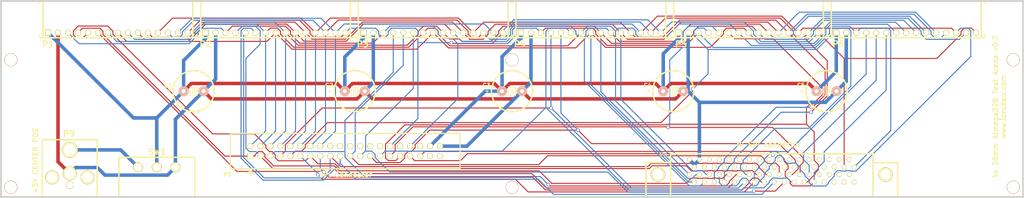
<source format=kicad_pcb>
(kicad_pcb (version 3) (host pcbnew "(2013-mar-13)-testing")

  (general
    (links 135)
    (no_connects 0)
    (area 39.749999 49.527499 312.360571 103.7284)
    (thickness 1.6)
    (drawings 8)
    (tracks 910)
    (zones 0)
    (modules 21)
    (nets 79)
  )

  (page User 355.6 152.4)
  (layers
    (15 F.Cu signal)
    (0 B.Cu signal)
    (16 B.Adhes user)
    (17 F.Adhes user)
    (18 B.Paste user)
    (19 F.Paste user)
    (20 B.SilkS user)
    (21 F.SilkS user)
    (22 B.Mask user)
    (23 F.Mask user)
    (24 Dwgs.User user)
    (25 Cmts.User user)
    (26 Eco1.User user)
    (27 Eco2.User user)
    (28 Edge.Cuts user)
  )

  (setup
    (last_trace_width 0.254)
    (trace_clearance 0.254)
    (zone_clearance 0.508)
    (zone_45_only no)
    (trace_min 0.254)
    (segment_width 0.2)
    (edge_width 0.1)
    (via_size 0.889)
    (via_drill 0.635)
    (via_min_size 0.889)
    (via_min_drill 0.508)
    (uvia_size 0.508)
    (uvia_drill 0.127)
    (uvias_allowed no)
    (uvia_min_size 0.508)
    (uvia_min_drill 0.127)
    (pcb_text_width 0.3)
    (pcb_text_size 1.5 1.5)
    (mod_edge_width 0.381)
    (mod_text_size 1 1)
    (mod_text_width 0.15)
    (pad_size 1.5 1.5)
    (pad_drill 0.6)
    (pad_to_mask_clearance 0)
    (aux_axis_origin 0 0)
    (visible_elements FFFFF77F)
    (pcbplotparams
      (layerselection 284196865)
      (usegerberextensions true)
      (excludeedgelayer true)
      (linewidth 0.150000)
      (plotframeref false)
      (viasonmask false)
      (mode 1)
      (useauxorigin false)
      (hpglpennumber 1)
      (hpglpenspeed 20)
      (hpglpendiameter 15)
      (hpglpenoverlay 2)
      (psnegative false)
      (psa4output false)
      (plotreference true)
      (plotvalue true)
      (plotothertext true)
      (plotinvisibletext false)
      (padsonsilk false)
      (subtractmaskfromsilk false)
      (outputformat 1)
      (mirror false)
      (drillshape 0)
      (scaleselection 1)
      (outputdirectory gerber_v0p1/))
  )

  (net 0 "")
  (net 1 +5V)
  (net 2 /CS0)
  (net 3 /CS1)
  (net 4 /CS2)
  (net 5 /CS3)
  (net 6 /CS4)
  (net 7 /CS5)
  (net 8 /CS6)
  (net 9 /CS7)
  (net 10 /EXT_INT)
  (net 11 /MISO_0)
  (net 12 /MISO_1)
  (net 13 /MISO_2)
  (net 14 /MISO_3)
  (net 15 /MISO_4)
  (net 16 /MISO_5)
  (net 17 /MOSI_0)
  (net 18 /MOSI_1)
  (net 19 /MOSI_2)
  (net 20 /MOSI_3)
  (net 21 /MOSI_4)
  (net 22 /MOSI_5)
  (net 23 /RESET)
  (net 24 /SCK_0)
  (net 25 /SCK_1)
  (net 26 /SCK_2)
  (net 27 /SCK_3)
  (net 28 /SCK_4)
  (net 29 /SCK_5)
  (net 30 /VIN)
  (net 31 GND)
  (net 32 N-0000010)
  (net 33 N-0000011)
  (net 34 N-0000012)
  (net 35 N-0000013)
  (net 36 N-0000014)
  (net 37 N-0000015)
  (net 38 N-0000016)
  (net 39 N-0000017)
  (net 40 N-0000018)
  (net 41 N-0000019)
  (net 42 N-0000020)
  (net 43 N-0000022)
  (net 44 N-0000023)
  (net 45 N-0000024)
  (net 46 N-0000025)
  (net 47 N-0000026)
  (net 48 N-0000027)
  (net 49 N-0000028)
  (net 50 N-0000029)
  (net 51 N-0000030)
  (net 52 N-0000031)
  (net 53 N-0000032)
  (net 54 N-0000033)
  (net 55 N-0000034)
  (net 56 N-0000035)
  (net 57 N-0000036)
  (net 58 N-0000037)
  (net 59 N-0000038)
  (net 60 N-0000039)
  (net 61 N-0000040)
  (net 62 N-0000041)
  (net 63 N-0000042)
  (net 64 N-0000043)
  (net 65 N-0000044)
  (net 66 N-0000045)
  (net 67 N-0000046)
  (net 68 N-0000058)
  (net 69 N-0000059)
  (net 70 N-0000060)
  (net 71 N-0000061)
  (net 72 N-0000062)
  (net 73 N-0000063)
  (net 74 N-0000064)
  (net 75 N-0000065)
  (net 76 N-0000066)
  (net 77 N-0000067)
  (net 78 N-000009)

  (net_class Default "This is the default net class."
    (clearance 0.254)
    (trace_width 0.254)
    (via_dia 0.889)
    (via_drill 0.635)
    (uvia_dia 0.508)
    (uvia_drill 0.127)
    (add_net "")
    (add_net /CS0)
    (add_net /CS1)
    (add_net /CS2)
    (add_net /CS3)
    (add_net /CS4)
    (add_net /CS5)
    (add_net /CS6)
    (add_net /CS7)
    (add_net /EXT_INT)
    (add_net /MISO_0)
    (add_net /MISO_1)
    (add_net /MISO_2)
    (add_net /MISO_3)
    (add_net /MISO_4)
    (add_net /MISO_5)
    (add_net /MOSI_0)
    (add_net /MOSI_1)
    (add_net /MOSI_2)
    (add_net /MOSI_3)
    (add_net /MOSI_4)
    (add_net /MOSI_5)
    (add_net /RESET)
    (add_net /SCK_0)
    (add_net /SCK_1)
    (add_net /SCK_2)
    (add_net /SCK_3)
    (add_net /SCK_4)
    (add_net /SCK_5)
    (add_net N-0000010)
    (add_net N-0000011)
    (add_net N-0000012)
    (add_net N-0000013)
    (add_net N-0000014)
    (add_net N-0000015)
    (add_net N-0000016)
    (add_net N-0000017)
    (add_net N-0000018)
    (add_net N-0000019)
    (add_net N-0000020)
    (add_net N-0000022)
    (add_net N-0000023)
    (add_net N-0000024)
    (add_net N-0000025)
    (add_net N-0000026)
    (add_net N-0000027)
    (add_net N-0000028)
    (add_net N-0000029)
    (add_net N-0000030)
    (add_net N-0000031)
    (add_net N-0000032)
    (add_net N-0000033)
    (add_net N-0000034)
    (add_net N-0000035)
    (add_net N-0000036)
    (add_net N-0000037)
    (add_net N-0000038)
    (add_net N-0000039)
    (add_net N-0000040)
    (add_net N-0000041)
    (add_net N-0000042)
    (add_net N-0000043)
    (add_net N-0000044)
    (add_net N-0000045)
    (add_net N-0000046)
    (add_net N-0000058)
    (add_net N-0000059)
    (add_net N-0000060)
    (add_net N-0000061)
    (add_net N-0000062)
    (add_net N-0000063)
    (add_net N-0000064)
    (add_net N-0000065)
    (add_net N-0000066)
    (add_net N-0000067)
    (add_net N-000009)
  )

  (net_class Pwr ""
    (clearance 0.254)
    (trace_width 0.889)
    (via_dia 0.889)
    (via_drill 0.635)
    (uvia_dia 0.508)
    (uvia_drill 0.127)
    (add_net +5V)
    (add_net /VIN)
    (add_net GND)
  )

  (module Capacitor_Polarized (layer F.Cu) (tedit 5279844F) (tstamp 524C74EC)
    (at 89 73)
    (descr "ELECTROLYTIC CAPACITOR")
    (tags "ELECTROLYTIC CAPACITOR")
    (path /524BBC24)
    (attr virtual)
    (fp_text reference C1 (at -6.5 -1.5) (layer F.SilkS)
      (effects (font (size 1.016 1.016) (thickness 0.2032)))
    )
    (fp_text value 10uF (at 0 7.62) (layer F.SilkS) hide
      (effects (font (thickness 0.3048)))
    )
    (fp_circle (center 0 0) (end 1.27 -5.08) (layer F.SilkS) (width 0.381))
    (fp_line (start 0.254 1.143) (end 0.889 1.143) (layer F.SilkS) (width 0.2032))
    (fp_line (start 0.889 1.143) (end 0.889 -1.143) (layer F.SilkS) (width 0.2032))
    (fp_line (start 0.254 -1.143) (end 0.889 -1.143) (layer F.SilkS) (width 0.2032))
    (fp_line (start 0.254 1.143) (end 0.254 -1.143) (layer F.SilkS) (width 0.2032))
    (fp_line (start -1.143 0) (end -0.889 0) (layer F.SilkS) (width 0.1524))
    (fp_line (start -0.889 0) (end -0.889 1.143) (layer F.SilkS) (width 0.1524))
    (fp_line (start -0.889 1.143) (end -0.254 1.143) (layer F.SilkS) (width 0.1524))
    (fp_line (start -0.254 1.143) (end -0.254 -1.143) (layer F.SilkS) (width 0.1524))
    (fp_line (start -0.254 -1.143) (end -0.889 -1.143) (layer F.SilkS) (width 0.1524))
    (fp_line (start -0.889 -1.143) (end -0.889 0) (layer F.SilkS) (width 0.1524))
    (fp_line (start 0.635 0) (end 1.143 0) (layer F.SilkS) (width 0.1524))
    (fp_line (start -6.35 -0.381) (end -6.35 0.381) (layer F.SilkS) (width 0.1524))
    (fp_line (start -5.969 0) (end -6.731 0) (layer F.SilkS) (width 0.1524))
    (fp_line (start 1.143 0) (end 1.651 0) (layer F.SilkS) (width 0.1524))
    (fp_line (start -1.651 0) (end -1.143 0) (layer F.SilkS) (width 0.1524))
    (pad 1 thru_hole circle (at -2.54 0) (size 2.54 2.54) (drill 1.016)
      (layers *.Cu *.SilkS *.Mask)
      (net 30 /VIN)
    )
    (pad 2 thru_hole circle (at 2.54 0) (size 2.54 2.54) (drill 1.016)
      (layers *.Cu *.SilkS *.Mask)
      (net 31 GND)
    )
  )

  (module Capacitor_Polarized (layer F.Cu) (tedit 52798461) (tstamp 524C7502)
    (at 130 73)
    (descr "ELECTROLYTIC CAPACITOR")
    (tags "ELECTROLYTIC CAPACITOR")
    (path /524BBC33)
    (attr virtual)
    (fp_text reference C2 (at -6.5 -1.5) (layer F.SilkS)
      (effects (font (size 1.016 1.016) (thickness 0.2032)))
    )
    (fp_text value 10uF (at 0 7.62) (layer F.SilkS) hide
      (effects (font (thickness 0.3048)))
    )
    (fp_circle (center 0 0) (end 1.27 -5.08) (layer F.SilkS) (width 0.381))
    (fp_line (start 0.254 1.143) (end 0.889 1.143) (layer F.SilkS) (width 0.2032))
    (fp_line (start 0.889 1.143) (end 0.889 -1.143) (layer F.SilkS) (width 0.2032))
    (fp_line (start 0.254 -1.143) (end 0.889 -1.143) (layer F.SilkS) (width 0.2032))
    (fp_line (start 0.254 1.143) (end 0.254 -1.143) (layer F.SilkS) (width 0.2032))
    (fp_line (start -1.143 0) (end -0.889 0) (layer F.SilkS) (width 0.1524))
    (fp_line (start -0.889 0) (end -0.889 1.143) (layer F.SilkS) (width 0.1524))
    (fp_line (start -0.889 1.143) (end -0.254 1.143) (layer F.SilkS) (width 0.1524))
    (fp_line (start -0.254 1.143) (end -0.254 -1.143) (layer F.SilkS) (width 0.1524))
    (fp_line (start -0.254 -1.143) (end -0.889 -1.143) (layer F.SilkS) (width 0.1524))
    (fp_line (start -0.889 -1.143) (end -0.889 0) (layer F.SilkS) (width 0.1524))
    (fp_line (start 0.635 0) (end 1.143 0) (layer F.SilkS) (width 0.1524))
    (fp_line (start -6.35 -0.381) (end -6.35 0.381) (layer F.SilkS) (width 0.1524))
    (fp_line (start -5.969 0) (end -6.731 0) (layer F.SilkS) (width 0.1524))
    (fp_line (start 1.143 0) (end 1.651 0) (layer F.SilkS) (width 0.1524))
    (fp_line (start -1.651 0) (end -1.143 0) (layer F.SilkS) (width 0.1524))
    (pad 1 thru_hole circle (at -2.54 0) (size 2.54 2.54) (drill 1.016)
      (layers *.Cu *.SilkS *.Mask)
      (net 30 /VIN)
    )
    (pad 2 thru_hole circle (at 2.54 0) (size 2.54 2.54) (drill 1.016)
      (layers *.Cu *.SilkS *.Mask)
      (net 31 GND)
    )
  )

  (module Capacitor_Polarized (layer F.Cu) (tedit 527984D2) (tstamp 524C7518)
    (at 170 73)
    (descr "ELECTROLYTIC CAPACITOR")
    (tags "ELECTROLYTIC CAPACITOR")
    (path /524BBC42)
    (attr virtual)
    (fp_text reference C3 (at -6.5 -1.5) (layer F.SilkS)
      (effects (font (size 1.016 1.016) (thickness 0.2032)))
    )
    (fp_text value 10uF (at 0 7.62) (layer F.SilkS) hide
      (effects (font (thickness 0.3048)))
    )
    (fp_circle (center 0 0) (end 1.27 -5.08) (layer F.SilkS) (width 0.381))
    (fp_line (start 0.254 1.143) (end 0.889 1.143) (layer F.SilkS) (width 0.2032))
    (fp_line (start 0.889 1.143) (end 0.889 -1.143) (layer F.SilkS) (width 0.2032))
    (fp_line (start 0.254 -1.143) (end 0.889 -1.143) (layer F.SilkS) (width 0.2032))
    (fp_line (start 0.254 1.143) (end 0.254 -1.143) (layer F.SilkS) (width 0.2032))
    (fp_line (start -1.143 0) (end -0.889 0) (layer F.SilkS) (width 0.1524))
    (fp_line (start -0.889 0) (end -0.889 1.143) (layer F.SilkS) (width 0.1524))
    (fp_line (start -0.889 1.143) (end -0.254 1.143) (layer F.SilkS) (width 0.1524))
    (fp_line (start -0.254 1.143) (end -0.254 -1.143) (layer F.SilkS) (width 0.1524))
    (fp_line (start -0.254 -1.143) (end -0.889 -1.143) (layer F.SilkS) (width 0.1524))
    (fp_line (start -0.889 -1.143) (end -0.889 0) (layer F.SilkS) (width 0.1524))
    (fp_line (start 0.635 0) (end 1.143 0) (layer F.SilkS) (width 0.1524))
    (fp_line (start -6.35 -0.381) (end -6.35 0.381) (layer F.SilkS) (width 0.1524))
    (fp_line (start -5.969 0) (end -6.731 0) (layer F.SilkS) (width 0.1524))
    (fp_line (start 1.143 0) (end 1.651 0) (layer F.SilkS) (width 0.1524))
    (fp_line (start -1.651 0) (end -1.143 0) (layer F.SilkS) (width 0.1524))
    (pad 1 thru_hole circle (at -2.54 0) (size 2.54 2.54) (drill 1.016)
      (layers *.Cu *.SilkS *.Mask)
      (net 30 /VIN)
    )
    (pad 2 thru_hole circle (at 2.54 0) (size 2.54 2.54) (drill 1.016)
      (layers *.Cu *.SilkS *.Mask)
      (net 31 GND)
    )
  )

  (module Capacitor_Polarized (layer F.Cu) (tedit 52798477) (tstamp 524C752E)
    (at 211 73)
    (descr "ELECTROLYTIC CAPACITOR")
    (tags "ELECTROLYTIC CAPACITOR")
    (path /524BBC51)
    (attr virtual)
    (fp_text reference C4 (at -6.5 -1.5) (layer F.SilkS)
      (effects (font (size 1.016 1.016) (thickness 0.2032)))
    )
    (fp_text value 10uF (at 0 7.62) (layer F.SilkS) hide
      (effects (font (thickness 0.3048)))
    )
    (fp_circle (center 0 0) (end 1.27 -5.08) (layer F.SilkS) (width 0.381))
    (fp_line (start 0.254 1.143) (end 0.889 1.143) (layer F.SilkS) (width 0.2032))
    (fp_line (start 0.889 1.143) (end 0.889 -1.143) (layer F.SilkS) (width 0.2032))
    (fp_line (start 0.254 -1.143) (end 0.889 -1.143) (layer F.SilkS) (width 0.2032))
    (fp_line (start 0.254 1.143) (end 0.254 -1.143) (layer F.SilkS) (width 0.2032))
    (fp_line (start -1.143 0) (end -0.889 0) (layer F.SilkS) (width 0.1524))
    (fp_line (start -0.889 0) (end -0.889 1.143) (layer F.SilkS) (width 0.1524))
    (fp_line (start -0.889 1.143) (end -0.254 1.143) (layer F.SilkS) (width 0.1524))
    (fp_line (start -0.254 1.143) (end -0.254 -1.143) (layer F.SilkS) (width 0.1524))
    (fp_line (start -0.254 -1.143) (end -0.889 -1.143) (layer F.SilkS) (width 0.1524))
    (fp_line (start -0.889 -1.143) (end -0.889 0) (layer F.SilkS) (width 0.1524))
    (fp_line (start 0.635 0) (end 1.143 0) (layer F.SilkS) (width 0.1524))
    (fp_line (start -6.35 -0.381) (end -6.35 0.381) (layer F.SilkS) (width 0.1524))
    (fp_line (start -5.969 0) (end -6.731 0) (layer F.SilkS) (width 0.1524))
    (fp_line (start 1.143 0) (end 1.651 0) (layer F.SilkS) (width 0.1524))
    (fp_line (start -1.651 0) (end -1.143 0) (layer F.SilkS) (width 0.1524))
    (pad 1 thru_hole circle (at -2.54 0) (size 2.54 2.54) (drill 1.016)
      (layers *.Cu *.SilkS *.Mask)
      (net 30 /VIN)
    )
    (pad 2 thru_hole circle (at 2.54 0) (size 2.54 2.54) (drill 1.016)
      (layers *.Cu *.SilkS *.Mask)
      (net 31 GND)
    )
  )

  (module Capacitor_Polarized (layer F.Cu) (tedit 5279848F) (tstamp 524C7544)
    (at 250 73)
    (descr "ELECTROLYTIC CAPACITOR")
    (tags "ELECTROLYTIC CAPACITOR")
    (path /524BBC60)
    (attr virtual)
    (fp_text reference C5 (at -6.5 -1.5) (layer F.SilkS)
      (effects (font (size 1.016 1.016) (thickness 0.2032)))
    )
    (fp_text value 10uF (at 0 7.62) (layer F.SilkS) hide
      (effects (font (thickness 0.3048)))
    )
    (fp_circle (center 0 0) (end 1.27 -5.08) (layer F.SilkS) (width 0.381))
    (fp_line (start 0.254 1.143) (end 0.889 1.143) (layer F.SilkS) (width 0.2032))
    (fp_line (start 0.889 1.143) (end 0.889 -1.143) (layer F.SilkS) (width 0.2032))
    (fp_line (start 0.254 -1.143) (end 0.889 -1.143) (layer F.SilkS) (width 0.2032))
    (fp_line (start 0.254 1.143) (end 0.254 -1.143) (layer F.SilkS) (width 0.2032))
    (fp_line (start -1.143 0) (end -0.889 0) (layer F.SilkS) (width 0.1524))
    (fp_line (start -0.889 0) (end -0.889 1.143) (layer F.SilkS) (width 0.1524))
    (fp_line (start -0.889 1.143) (end -0.254 1.143) (layer F.SilkS) (width 0.1524))
    (fp_line (start -0.254 1.143) (end -0.254 -1.143) (layer F.SilkS) (width 0.1524))
    (fp_line (start -0.254 -1.143) (end -0.889 -1.143) (layer F.SilkS) (width 0.1524))
    (fp_line (start -0.889 -1.143) (end -0.889 0) (layer F.SilkS) (width 0.1524))
    (fp_line (start 0.635 0) (end 1.143 0) (layer F.SilkS) (width 0.1524))
    (fp_line (start -6.35 -0.381) (end -6.35 0.381) (layer F.SilkS) (width 0.1524))
    (fp_line (start -5.969 0) (end -6.731 0) (layer F.SilkS) (width 0.1524))
    (fp_line (start 1.143 0) (end 1.651 0) (layer F.SilkS) (width 0.1524))
    (fp_line (start -1.651 0) (end -1.143 0) (layer F.SilkS) (width 0.1524))
    (pad 1 thru_hole circle (at -2.54 0) (size 2.54 2.54) (drill 1.016)
      (layers *.Cu *.SilkS *.Mask)
      (net 30 /VIN)
    )
    (pad 2 thru_hole circle (at 2.54 0) (size 2.54 2.54) (drill 1.016)
      (layers *.Cu *.SilkS *.Mask)
      (net 31 GND)
    )
  )

  (module PIN_ARRAY_SHRD_20X2 (layer F.Cu) (tedit 54348DA8) (tstamp 524C770D)
    (at 127.57 88.29)
    (descr "Pin array 20x2 with shroud")
    (tags CONN)
    (path /524B6EC5)
    (fp_text reference P7 (at -30 6) (layer F.SilkS)
      (effects (font (size 1.016 1.016) (thickness 0.254)))
    )
    (fp_text value CONN_20X2 (at 0.04 6.21) (layer F.SilkS) hide
      (effects (font (size 1.016 1.016) (thickness 0.2032)))
    )
    (fp_line (start -23.368 5.588) (end -23.622 5.588) (layer F.SilkS) (width 0.3))
    (fp_line (start -24.13 5.08) (end -23.368 5.588) (layer F.SilkS) (width 0.3))
    (fp_line (start -24.13 5.08) (end -24.892 5.588) (layer F.SilkS) (width 0.3))
    (fp_line (start -24.892 5.588) (end -23.495 5.588) (layer F.SilkS) (width 0.3))
    (fp_line (start 0.01 4.5) (end 29.21 4.5) (layer F.SilkS) (width 0.3))
    (fp_line (start 29.21 4.5) (end 29.21 -4.5) (layer F.SilkS) (width 0.3))
    (fp_line (start 29.21 -4.5) (end -0.01 -4.5) (layer F.SilkS) (width 0.3))
    (fp_line (start -29.21 0) (end -29.21 4.5) (layer F.SilkS) (width 0.3))
    (fp_line (start -29.21 4.5) (end 0.01 4.5) (layer F.SilkS) (width 0.3))
    (fp_line (start -29.21 0) (end -29.21 -4.5) (layer F.SilkS) (width 0.3))
    (fp_line (start -29.21 -4.5) (end -0.01 -4.5) (layer F.SilkS) (width 0.3))
    (pad 1 thru_hole rect (at -24.13 1.27) (size 1.524 1.524) (drill 1.016)
      (layers *.Cu *.Mask F.SilkS)
      (net 24 /SCK_0)
    )
    (pad 2 thru_hole circle (at -24.13 -1.27) (size 1.524 1.524) (drill 1.016)
      (layers *.Cu *.Mask F.SilkS)
      (net 2 /CS0)
    )
    (pad 11 thru_hole circle (at -11.43 1.27) (size 1.524 1.524) (drill 1.016)
      (layers *.Cu *.Mask F.SilkS)
      (net 29 /SCK_5)
    )
    (pad 4 thru_hole circle (at -21.59 -1.27) (size 1.524 1.524) (drill 1.016)
      (layers *.Cu *.Mask F.SilkS)
      (net 3 /CS1)
    )
    (pad 13 thru_hole circle (at -8.89 1.27) (size 1.524 1.524) (drill 1.016)
      (layers *.Cu *.Mask F.SilkS)
      (net 17 /MOSI_0)
    )
    (pad 6 thru_hole circle (at -19.05 -1.27) (size 1.524 1.524) (drill 1.016)
      (layers *.Cu *.Mask F.SilkS)
      (net 4 /CS2)
    )
    (pad 15 thru_hole circle (at -6.35 1.27) (size 1.524 1.524) (drill 1.016)
      (layers *.Cu *.Mask F.SilkS)
      (net 11 /MISO_0)
    )
    (pad 8 thru_hole circle (at -16.51 -1.27) (size 1.524 1.524) (drill 1.016)
      (layers *.Cu *.Mask F.SilkS)
      (net 5 /CS3)
    )
    (pad 17 thru_hole circle (at -3.81 1.27) (size 1.524 1.524) (drill 1.016)
      (layers *.Cu *.Mask F.SilkS)
      (net 18 /MOSI_1)
    )
    (pad 10 thru_hole circle (at -13.97 -1.27) (size 1.524 1.524) (drill 1.016)
      (layers *.Cu *.Mask F.SilkS)
      (net 6 /CS4)
    )
    (pad 19 thru_hole circle (at -1.27 1.27) (size 1.524 1.524) (drill 1.016)
      (layers *.Cu *.Mask F.SilkS)
      (net 12 /MISO_1)
    )
    (pad 12 thru_hole circle (at -11.43 -1.27) (size 1.524 1.524) (drill 1.016)
      (layers *.Cu *.Mask F.SilkS)
      (net 7 /CS5)
    )
    (pad 21 thru_hole circle (at 1.27 1.27) (size 1.524 1.524) (drill 1.016)
      (layers *.Cu *.Mask F.SilkS)
      (net 19 /MOSI_2)
    )
    (pad 14 thru_hole circle (at -8.89 -1.27) (size 1.524 1.524) (drill 1.016)
      (layers *.Cu *.Mask F.SilkS)
      (net 8 /CS6)
    )
    (pad 23 thru_hole circle (at 3.81 1.27) (size 1.524 1.524) (drill 1.016)
      (layers *.Cu *.Mask F.SilkS)
      (net 13 /MISO_2)
    )
    (pad 16 thru_hole circle (at -6.35 -1.27) (size 1.524 1.524) (drill 1.016)
      (layers *.Cu *.Mask F.SilkS)
      (net 9 /CS7)
    )
    (pad 25 thru_hole circle (at 6.35 1.27) (size 1.524 1.524) (drill 1.016)
      (layers *.Cu *.Mask F.SilkS)
      (net 20 /MOSI_3)
    )
    (pad 18 thru_hole circle (at -3.81 -1.27) (size 1.524 1.524) (drill 1.016)
      (layers *.Cu *.Mask F.SilkS)
      (net 68 N-0000058)
    )
    (pad 27 thru_hole circle (at 8.89 1.27) (size 1.524 1.524) (drill 1.016)
      (layers *.Cu *.Mask F.SilkS)
      (net 14 /MISO_3)
    )
    (pad 20 thru_hole circle (at -1.27 -1.27) (size 1.524 1.524) (drill 1.016)
      (layers *.Cu *.Mask F.SilkS)
      (net 69 N-0000059)
    )
    (pad 29 thru_hole circle (at 11.43 1.27) (size 1.524 1.524) (drill 1.016)
      (layers *.Cu *.Mask F.SilkS)
      (net 21 /MOSI_4)
    )
    (pad 22 thru_hole circle (at 1.27 -1.27) (size 1.524 1.524) (drill 1.016)
      (layers *.Cu *.Mask F.SilkS)
      (net 70 N-0000060)
    )
    (pad 31 thru_hole circle (at 13.97 1.27) (size 1.524 1.524) (drill 1.016)
      (layers *.Cu *.Mask F.SilkS)
      (net 15 /MISO_4)
    )
    (pad 24 thru_hole circle (at 3.81 -1.27) (size 1.524 1.524) (drill 1.016)
      (layers *.Cu *.Mask F.SilkS)
      (net 71 N-0000061)
    )
    (pad 26 thru_hole circle (at 6.35 -1.27) (size 1.524 1.524) (drill 1.016)
      (layers *.Cu *.Mask F.SilkS)
      (net 72 N-0000062)
    )
    (pad 33 thru_hole circle (at 16.51 1.27) (size 1.524 1.524) (drill 1.016)
      (layers *.Cu *.Mask F.SilkS)
      (net 22 /MOSI_5)
    )
    (pad 28 thru_hole circle (at 8.89 -1.27) (size 1.524 1.524) (drill 1.016)
      (layers *.Cu *.Mask F.SilkS)
      (net 73 N-0000063)
    )
    (pad 32 thru_hole circle (at 13.97 -1.27) (size 1.524 1.524) (drill 1.016)
      (layers *.Cu *.Mask F.SilkS)
      (net 74 N-0000064)
    )
    (pad 34 thru_hole circle (at 16.51 -1.27) (size 1.524 1.524) (drill 1.016)
      (layers *.Cu *.Mask F.SilkS)
      (net 23 /RESET)
    )
    (pad 36 thru_hole circle (at 19.05 -1.27) (size 1.524 1.524) (drill 1.016)
      (layers *.Cu *.Mask F.SilkS)
      (net 75 N-0000065)
    )
    (pad 38 thru_hole circle (at 21.59 -1.27) (size 1.524 1.524) (drill 1.016)
      (layers *.Cu *.Mask F.SilkS)
      (net 30 /VIN)
    )
    (pad 35 thru_hole circle (at 19.05 1.27) (size 1.524 1.524) (drill 1.016)
      (layers *.Cu *.Mask F.SilkS)
      (net 16 /MISO_5)
    )
    (pad 37 thru_hole circle (at 21.59 1.27) (size 1.524 1.524) (drill 1.016)
      (layers *.Cu *.Mask F.SilkS)
      (net 76 N-0000066)
    )
    (pad 3 thru_hole circle (at -21.59 1.27) (size 1.524 1.524) (drill 1.016)
      (layers *.Cu *.Mask F.SilkS)
      (net 25 /SCK_1)
    )
    (pad 5 thru_hole circle (at -19.05 1.27) (size 1.524 1.524) (drill 1.016)
      (layers *.Cu *.Mask F.SilkS)
      (net 26 /SCK_2)
    )
    (pad 7 thru_hole circle (at -16.51 1.27) (size 1.524 1.524) (drill 1.016)
      (layers *.Cu *.Mask F.SilkS)
      (net 27 /SCK_3)
    )
    (pad 9 thru_hole circle (at -13.97 1.27) (size 1.524 1.524) (drill 1.016)
      (layers *.Cu *.Mask F.SilkS)
      (net 28 /SCK_4)
    )
    (pad 39 thru_hole circle (at 24.13 1.27) (size 1.524 1.524) (drill 1.016)
      (layers *.Cu *.Mask F.SilkS)
      (net 77 N-0000067)
    )
    (pad 40 thru_hole circle (at 24.13 -1.27) (size 1.524 1.524) (drill 1.016)
      (layers *.Cu *.Mask F.SilkS)
      (net 31 GND)
    )
    (pad 30 thru_hole circle (at 11.43 -1.27) (size 1.524 1.524) (drill 1.016)
      (layers *.Cu *.Mask F.SilkS)
      (net 10 /EXT_INT)
    )
    (model pin_array/pins_array_20x2.wrl
      (at (xyz 0 0 0))
      (scale (xyz 1 1 1))
      (rotate (xyz 0 0 0))
    )
  )

  (module HEADER_TOP (layer F.Cu) (tedit 524C8DCD) (tstamp 524C7569)
    (at 69.75 58.1)
    (path /524B4593)
    (fp_text reference P1 (at -17.75 2.9) (layer F.SilkS)
      (effects (font (thickness 0.3048)))
    )
    (fp_text value CONN15 (at 7.62 -4.572) (layer F.SilkS) hide
      (effects (font (thickness 0.3048)))
    )
    (fp_line (start -19.9898 0.8382) (end -19.9898 0.6858) (layer F.SilkS) (width 0.381))
    (fp_line (start -19.9898 0.9398) (end -19.9898 0.7366) (layer F.SilkS) (width 0.381))
    (fp_line (start 19.0246 -8.128) (end 19.9898 -8.128) (layer F.SilkS) (width 0.381))
    (fp_line (start 19.9898 1.27) (end 19.9898 0.6858) (layer F.SilkS) (width 0.381))
    (fp_line (start 19.9898 -8.1026) (end 19.9898 -7.5946) (layer F.SilkS) (width 0.381))
    (fp_line (start -19.9898 -8.128) (end -19.9898 -7.5946) (layer F.SilkS) (width 0.381))
    (fp_line (start -19.9898 1.27) (end -19.9898 0.8382) (layer F.SilkS) (width 0.381))
    (fp_line (start -18.796 -8.128) (end -19.9771 -8.128) (layer F.SilkS) (width 0.381))
    (fp_line (start -18.9611 1.27) (end -19.9898 1.27) (layer F.SilkS) (width 0.381))
    (fp_line (start 18.9865 1.27) (end 19.9898 1.27) (layer F.SilkS) (width 0.381))
    (fp_line (start 15.24 -8.128) (end 19.05 -8.128) (layer F.SilkS) (width 0.381))
    (fp_line (start 19.05 -8.128) (end 19.05 -7.366) (layer F.SilkS) (width 0.381))
    (fp_line (start -15.24 -8.128) (end -19.05 -8.128) (layer F.SilkS) (width 0.381))
    (fp_line (start -19.05 -8.128) (end -19.05 -7.62) (layer F.SilkS) (width 0.381))
    (fp_line (start -15.24 1.27) (end -19.05 1.27) (layer F.SilkS) (width 0.381))
    (fp_line (start -19.05 1.27) (end -19.05 -7.62) (layer F.SilkS) (width 0.381))
    (fp_line (start 15.24 1.27) (end 19.05 1.27) (layer F.SilkS) (width 0.381))
    (fp_line (start 19.05 1.27) (end 19.05 -7.62) (layer F.SilkS) (width 0.381))
    (fp_line (start 15.24 1.27) (end -15.24 1.27) (layer F.SilkS) (width 0.381))
    (fp_line (start -15.24 -8.128) (end 15.24 -8.128) (layer F.SilkS) (width 0.381))
    (pad 1 thru_hole rect (at -17.78 0) (size 1.524 1.524) (drill 1.016)
      (layers *.Cu *.Mask F.SilkS)
      (net 30 /VIN)
    )
    (pad 2 thru_hole circle (at -15.24 0) (size 1.524 1.524) (drill 1.016)
      (layers *.Cu *.Mask F.SilkS)
      (net 31 GND)
    )
    (pad 3 thru_hole circle (at -12.7 0) (size 1.524 1.524) (drill 1.016)
      (layers *.Cu *.Mask F.SilkS)
      (net 23 /RESET)
    )
    (pad 4 thru_hole circle (at -10.16 0) (size 1.524 1.524) (drill 1.016)
      (layers *.Cu *.Mask F.SilkS)
      (net 24 /SCK_0)
    )
    (pad 5 thru_hole circle (at -7.62 0) (size 1.524 1.524) (drill 1.016)
      (layers *.Cu *.Mask F.SilkS)
      (net 17 /MOSI_0)
    )
    (pad 6 thru_hole circle (at -5.08 0) (size 1.524 1.524) (drill 1.016)
      (layers *.Cu *.Mask F.SilkS)
      (net 11 /MISO_0)
    )
    (pad 7 thru_hole circle (at -2.54 0) (size 1.524 1.524) (drill 1.016)
      (layers *.Cu *.Mask F.SilkS)
      (net 2 /CS0)
    )
    (pad 8 thru_hole circle (at 0 0) (size 1.524 1.524) (drill 1.016)
      (layers *.Cu *.Mask F.SilkS)
      (net 3 /CS1)
    )
    (pad 9 thru_hole circle (at 2.54 0) (size 1.524 1.524) (drill 1.016)
      (layers *.Cu *.Mask F.SilkS)
      (net 4 /CS2)
    )
    (pad 10 thru_hole circle (at 5.08 0) (size 1.524 1.524) (drill 1.016)
      (layers *.Cu *.Mask F.SilkS)
      (net 5 /CS3)
    )
    (pad 11 thru_hole circle (at 7.62 0) (size 1.524 1.524) (drill 1.016)
      (layers *.Cu *.Mask F.SilkS)
      (net 6 /CS4)
    )
    (pad 12 thru_hole circle (at 10.16 0) (size 1.524 1.524) (drill 1.016)
      (layers *.Cu *.Mask F.SilkS)
      (net 7 /CS5)
    )
    (pad 13 thru_hole circle (at 12.7 0) (size 1.524 1.524) (drill 1.016)
      (layers *.Cu *.Mask F.SilkS)
      (net 8 /CS6)
    )
    (pad 14 thru_hole circle (at 15.24 0) (size 1.524 1.524) (drill 1.016)
      (layers *.Cu *.Mask F.SilkS)
      (net 9 /CS7)
    )
    (pad 15 thru_hole circle (at 17.78 0) (size 1.524 1.524) (drill 1.016)
      (layers *.Cu *.Mask F.SilkS)
      (net 10 /EXT_INT)
    )
  )

  (module HEADER_TOP (layer F.Cu) (tedit 524C8DD2) (tstamp 524C758E)
    (at 109.85 58.1)
    (path /524B4A00)
    (fp_text reference P2 (at -17.85 2.9) (layer F.SilkS)
      (effects (font (thickness 0.3048)))
    )
    (fp_text value CONN15 (at 7.62 -4.572) (layer F.SilkS) hide
      (effects (font (thickness 0.3048)))
    )
    (fp_line (start -19.9898 0.8382) (end -19.9898 0.6858) (layer F.SilkS) (width 0.381))
    (fp_line (start -19.9898 0.9398) (end -19.9898 0.7366) (layer F.SilkS) (width 0.381))
    (fp_line (start 19.0246 -8.128) (end 19.9898 -8.128) (layer F.SilkS) (width 0.381))
    (fp_line (start 19.9898 1.27) (end 19.9898 0.6858) (layer F.SilkS) (width 0.381))
    (fp_line (start 19.9898 -8.1026) (end 19.9898 -7.5946) (layer F.SilkS) (width 0.381))
    (fp_line (start -19.9898 -8.128) (end -19.9898 -7.5946) (layer F.SilkS) (width 0.381))
    (fp_line (start -19.9898 1.27) (end -19.9898 0.8382) (layer F.SilkS) (width 0.381))
    (fp_line (start -18.796 -8.128) (end -19.9771 -8.128) (layer F.SilkS) (width 0.381))
    (fp_line (start -18.9611 1.27) (end -19.9898 1.27) (layer F.SilkS) (width 0.381))
    (fp_line (start 18.9865 1.27) (end 19.9898 1.27) (layer F.SilkS) (width 0.381))
    (fp_line (start 15.24 -8.128) (end 19.05 -8.128) (layer F.SilkS) (width 0.381))
    (fp_line (start 19.05 -8.128) (end 19.05 -7.366) (layer F.SilkS) (width 0.381))
    (fp_line (start -15.24 -8.128) (end -19.05 -8.128) (layer F.SilkS) (width 0.381))
    (fp_line (start -19.05 -8.128) (end -19.05 -7.62) (layer F.SilkS) (width 0.381))
    (fp_line (start -15.24 1.27) (end -19.05 1.27) (layer F.SilkS) (width 0.381))
    (fp_line (start -19.05 1.27) (end -19.05 -7.62) (layer F.SilkS) (width 0.381))
    (fp_line (start 15.24 1.27) (end 19.05 1.27) (layer F.SilkS) (width 0.381))
    (fp_line (start 19.05 1.27) (end 19.05 -7.62) (layer F.SilkS) (width 0.381))
    (fp_line (start 15.24 1.27) (end -15.24 1.27) (layer F.SilkS) (width 0.381))
    (fp_line (start -15.24 -8.128) (end 15.24 -8.128) (layer F.SilkS) (width 0.381))
    (pad 1 thru_hole rect (at -17.78 0) (size 1.524 1.524) (drill 1.016)
      (layers *.Cu *.Mask F.SilkS)
      (net 30 /VIN)
    )
    (pad 2 thru_hole circle (at -15.24 0) (size 1.524 1.524) (drill 1.016)
      (layers *.Cu *.Mask F.SilkS)
      (net 31 GND)
    )
    (pad 3 thru_hole circle (at -12.7 0) (size 1.524 1.524) (drill 1.016)
      (layers *.Cu *.Mask F.SilkS)
      (net 23 /RESET)
    )
    (pad 4 thru_hole circle (at -10.16 0) (size 1.524 1.524) (drill 1.016)
      (layers *.Cu *.Mask F.SilkS)
      (net 25 /SCK_1)
    )
    (pad 5 thru_hole circle (at -7.62 0) (size 1.524 1.524) (drill 1.016)
      (layers *.Cu *.Mask F.SilkS)
      (net 18 /MOSI_1)
    )
    (pad 6 thru_hole circle (at -5.08 0) (size 1.524 1.524) (drill 1.016)
      (layers *.Cu *.Mask F.SilkS)
      (net 12 /MISO_1)
    )
    (pad 7 thru_hole circle (at -2.54 0) (size 1.524 1.524) (drill 1.016)
      (layers *.Cu *.Mask F.SilkS)
      (net 2 /CS0)
    )
    (pad 8 thru_hole circle (at 0 0) (size 1.524 1.524) (drill 1.016)
      (layers *.Cu *.Mask F.SilkS)
      (net 3 /CS1)
    )
    (pad 9 thru_hole circle (at 2.54 0) (size 1.524 1.524) (drill 1.016)
      (layers *.Cu *.Mask F.SilkS)
      (net 4 /CS2)
    )
    (pad 10 thru_hole circle (at 5.08 0) (size 1.524 1.524) (drill 1.016)
      (layers *.Cu *.Mask F.SilkS)
      (net 5 /CS3)
    )
    (pad 11 thru_hole circle (at 7.62 0) (size 1.524 1.524) (drill 1.016)
      (layers *.Cu *.Mask F.SilkS)
      (net 6 /CS4)
    )
    (pad 12 thru_hole circle (at 10.16 0) (size 1.524 1.524) (drill 1.016)
      (layers *.Cu *.Mask F.SilkS)
      (net 7 /CS5)
    )
    (pad 13 thru_hole circle (at 12.7 0) (size 1.524 1.524) (drill 1.016)
      (layers *.Cu *.Mask F.SilkS)
      (net 8 /CS6)
    )
    (pad 14 thru_hole circle (at 15.24 0) (size 1.524 1.524) (drill 1.016)
      (layers *.Cu *.Mask F.SilkS)
      (net 9 /CS7)
    )
    (pad 15 thru_hole circle (at 17.78 0) (size 1.524 1.524) (drill 1.016)
      (layers *.Cu *.Mask F.SilkS)
      (net 10 /EXT_INT)
    )
  )

  (module HEADER_TOP (layer F.Cu) (tedit 524C8DE1) (tstamp 524C75B3)
    (at 149.95 58.1)
    (path /524B4A5B)
    (fp_text reference P3 (at -17.95 2.9) (layer F.SilkS)
      (effects (font (thickness 0.3048)))
    )
    (fp_text value CONN15 (at 7.62 -4.572) (layer F.SilkS) hide
      (effects (font (thickness 0.3048)))
    )
    (fp_line (start -19.9898 0.8382) (end -19.9898 0.6858) (layer F.SilkS) (width 0.381))
    (fp_line (start -19.9898 0.9398) (end -19.9898 0.7366) (layer F.SilkS) (width 0.381))
    (fp_line (start 19.0246 -8.128) (end 19.9898 -8.128) (layer F.SilkS) (width 0.381))
    (fp_line (start 19.9898 1.27) (end 19.9898 0.6858) (layer F.SilkS) (width 0.381))
    (fp_line (start 19.9898 -8.1026) (end 19.9898 -7.5946) (layer F.SilkS) (width 0.381))
    (fp_line (start -19.9898 -8.128) (end -19.9898 -7.5946) (layer F.SilkS) (width 0.381))
    (fp_line (start -19.9898 1.27) (end -19.9898 0.8382) (layer F.SilkS) (width 0.381))
    (fp_line (start -18.796 -8.128) (end -19.9771 -8.128) (layer F.SilkS) (width 0.381))
    (fp_line (start -18.9611 1.27) (end -19.9898 1.27) (layer F.SilkS) (width 0.381))
    (fp_line (start 18.9865 1.27) (end 19.9898 1.27) (layer F.SilkS) (width 0.381))
    (fp_line (start 15.24 -8.128) (end 19.05 -8.128) (layer F.SilkS) (width 0.381))
    (fp_line (start 19.05 -8.128) (end 19.05 -7.366) (layer F.SilkS) (width 0.381))
    (fp_line (start -15.24 -8.128) (end -19.05 -8.128) (layer F.SilkS) (width 0.381))
    (fp_line (start -19.05 -8.128) (end -19.05 -7.62) (layer F.SilkS) (width 0.381))
    (fp_line (start -15.24 1.27) (end -19.05 1.27) (layer F.SilkS) (width 0.381))
    (fp_line (start -19.05 1.27) (end -19.05 -7.62) (layer F.SilkS) (width 0.381))
    (fp_line (start 15.24 1.27) (end 19.05 1.27) (layer F.SilkS) (width 0.381))
    (fp_line (start 19.05 1.27) (end 19.05 -7.62) (layer F.SilkS) (width 0.381))
    (fp_line (start 15.24 1.27) (end -15.24 1.27) (layer F.SilkS) (width 0.381))
    (fp_line (start -15.24 -8.128) (end 15.24 -8.128) (layer F.SilkS) (width 0.381))
    (pad 1 thru_hole rect (at -17.78 0) (size 1.524 1.524) (drill 1.016)
      (layers *.Cu *.Mask F.SilkS)
      (net 30 /VIN)
    )
    (pad 2 thru_hole circle (at -15.24 0) (size 1.524 1.524) (drill 1.016)
      (layers *.Cu *.Mask F.SilkS)
      (net 31 GND)
    )
    (pad 3 thru_hole circle (at -12.7 0) (size 1.524 1.524) (drill 1.016)
      (layers *.Cu *.Mask F.SilkS)
      (net 23 /RESET)
    )
    (pad 4 thru_hole circle (at -10.16 0) (size 1.524 1.524) (drill 1.016)
      (layers *.Cu *.Mask F.SilkS)
      (net 26 /SCK_2)
    )
    (pad 5 thru_hole circle (at -7.62 0) (size 1.524 1.524) (drill 1.016)
      (layers *.Cu *.Mask F.SilkS)
      (net 19 /MOSI_2)
    )
    (pad 6 thru_hole circle (at -5.08 0) (size 1.524 1.524) (drill 1.016)
      (layers *.Cu *.Mask F.SilkS)
      (net 13 /MISO_2)
    )
    (pad 7 thru_hole circle (at -2.54 0) (size 1.524 1.524) (drill 1.016)
      (layers *.Cu *.Mask F.SilkS)
      (net 2 /CS0)
    )
    (pad 8 thru_hole circle (at 0 0) (size 1.524 1.524) (drill 1.016)
      (layers *.Cu *.Mask F.SilkS)
      (net 3 /CS1)
    )
    (pad 9 thru_hole circle (at 2.54 0) (size 1.524 1.524) (drill 1.016)
      (layers *.Cu *.Mask F.SilkS)
      (net 4 /CS2)
    )
    (pad 10 thru_hole circle (at 5.08 0) (size 1.524 1.524) (drill 1.016)
      (layers *.Cu *.Mask F.SilkS)
      (net 5 /CS3)
    )
    (pad 11 thru_hole circle (at 7.62 0) (size 1.524 1.524) (drill 1.016)
      (layers *.Cu *.Mask F.SilkS)
      (net 6 /CS4)
    )
    (pad 12 thru_hole circle (at 10.16 0) (size 1.524 1.524) (drill 1.016)
      (layers *.Cu *.Mask F.SilkS)
      (net 7 /CS5)
    )
    (pad 13 thru_hole circle (at 12.7 0) (size 1.524 1.524) (drill 1.016)
      (layers *.Cu *.Mask F.SilkS)
      (net 8 /CS6)
    )
    (pad 14 thru_hole circle (at 15.24 0) (size 1.524 1.524) (drill 1.016)
      (layers *.Cu *.Mask F.SilkS)
      (net 9 /CS7)
    )
    (pad 15 thru_hole circle (at 17.78 0) (size 1.524 1.524) (drill 1.016)
      (layers *.Cu *.Mask F.SilkS)
      (net 10 /EXT_INT)
    )
  )

  (module HEADER_TOP (layer F.Cu) (tedit 524C8DEA) (tstamp 524C75D8)
    (at 190.05 58.1)
    (path /524B4A8C)
    (fp_text reference P4 (at -18.05 2.9) (layer F.SilkS)
      (effects (font (thickness 0.3048)))
    )
    (fp_text value CONN15 (at 7.62 -4.572) (layer F.SilkS) hide
      (effects (font (thickness 0.3048)))
    )
    (fp_line (start -19.9898 0.8382) (end -19.9898 0.6858) (layer F.SilkS) (width 0.381))
    (fp_line (start -19.9898 0.9398) (end -19.9898 0.7366) (layer F.SilkS) (width 0.381))
    (fp_line (start 19.0246 -8.128) (end 19.9898 -8.128) (layer F.SilkS) (width 0.381))
    (fp_line (start 19.9898 1.27) (end 19.9898 0.6858) (layer F.SilkS) (width 0.381))
    (fp_line (start 19.9898 -8.1026) (end 19.9898 -7.5946) (layer F.SilkS) (width 0.381))
    (fp_line (start -19.9898 -8.128) (end -19.9898 -7.5946) (layer F.SilkS) (width 0.381))
    (fp_line (start -19.9898 1.27) (end -19.9898 0.8382) (layer F.SilkS) (width 0.381))
    (fp_line (start -18.796 -8.128) (end -19.9771 -8.128) (layer F.SilkS) (width 0.381))
    (fp_line (start -18.9611 1.27) (end -19.9898 1.27) (layer F.SilkS) (width 0.381))
    (fp_line (start 18.9865 1.27) (end 19.9898 1.27) (layer F.SilkS) (width 0.381))
    (fp_line (start 15.24 -8.128) (end 19.05 -8.128) (layer F.SilkS) (width 0.381))
    (fp_line (start 19.05 -8.128) (end 19.05 -7.366) (layer F.SilkS) (width 0.381))
    (fp_line (start -15.24 -8.128) (end -19.05 -8.128) (layer F.SilkS) (width 0.381))
    (fp_line (start -19.05 -8.128) (end -19.05 -7.62) (layer F.SilkS) (width 0.381))
    (fp_line (start -15.24 1.27) (end -19.05 1.27) (layer F.SilkS) (width 0.381))
    (fp_line (start -19.05 1.27) (end -19.05 -7.62) (layer F.SilkS) (width 0.381))
    (fp_line (start 15.24 1.27) (end 19.05 1.27) (layer F.SilkS) (width 0.381))
    (fp_line (start 19.05 1.27) (end 19.05 -7.62) (layer F.SilkS) (width 0.381))
    (fp_line (start 15.24 1.27) (end -15.24 1.27) (layer F.SilkS) (width 0.381))
    (fp_line (start -15.24 -8.128) (end 15.24 -8.128) (layer F.SilkS) (width 0.381))
    (pad 1 thru_hole rect (at -17.78 0) (size 1.524 1.524) (drill 1.016)
      (layers *.Cu *.Mask F.SilkS)
      (net 30 /VIN)
    )
    (pad 2 thru_hole circle (at -15.24 0) (size 1.524 1.524) (drill 1.016)
      (layers *.Cu *.Mask F.SilkS)
      (net 31 GND)
    )
    (pad 3 thru_hole circle (at -12.7 0) (size 1.524 1.524) (drill 1.016)
      (layers *.Cu *.Mask F.SilkS)
      (net 23 /RESET)
    )
    (pad 4 thru_hole circle (at -10.16 0) (size 1.524 1.524) (drill 1.016)
      (layers *.Cu *.Mask F.SilkS)
      (net 27 /SCK_3)
    )
    (pad 5 thru_hole circle (at -7.62 0) (size 1.524 1.524) (drill 1.016)
      (layers *.Cu *.Mask F.SilkS)
      (net 20 /MOSI_3)
    )
    (pad 6 thru_hole circle (at -5.08 0) (size 1.524 1.524) (drill 1.016)
      (layers *.Cu *.Mask F.SilkS)
      (net 14 /MISO_3)
    )
    (pad 7 thru_hole circle (at -2.54 0) (size 1.524 1.524) (drill 1.016)
      (layers *.Cu *.Mask F.SilkS)
      (net 2 /CS0)
    )
    (pad 8 thru_hole circle (at 0 0) (size 1.524 1.524) (drill 1.016)
      (layers *.Cu *.Mask F.SilkS)
      (net 3 /CS1)
    )
    (pad 9 thru_hole circle (at 2.54 0) (size 1.524 1.524) (drill 1.016)
      (layers *.Cu *.Mask F.SilkS)
      (net 4 /CS2)
    )
    (pad 10 thru_hole circle (at 5.08 0) (size 1.524 1.524) (drill 1.016)
      (layers *.Cu *.Mask F.SilkS)
      (net 5 /CS3)
    )
    (pad 11 thru_hole circle (at 7.62 0) (size 1.524 1.524) (drill 1.016)
      (layers *.Cu *.Mask F.SilkS)
      (net 6 /CS4)
    )
    (pad 12 thru_hole circle (at 10.16 0) (size 1.524 1.524) (drill 1.016)
      (layers *.Cu *.Mask F.SilkS)
      (net 7 /CS5)
    )
    (pad 13 thru_hole circle (at 12.7 0) (size 1.524 1.524) (drill 1.016)
      (layers *.Cu *.Mask F.SilkS)
      (net 8 /CS6)
    )
    (pad 14 thru_hole circle (at 15.24 0) (size 1.524 1.524) (drill 1.016)
      (layers *.Cu *.Mask F.SilkS)
      (net 9 /CS7)
    )
    (pad 15 thru_hole circle (at 17.78 0) (size 1.524 1.524) (drill 1.016)
      (layers *.Cu *.Mask F.SilkS)
      (net 10 /EXT_INT)
    )
  )

  (module HEADER_TOP (layer F.Cu) (tedit 524C8DF9) (tstamp 524C75FD)
    (at 230.15 58.1)
    (path /524B4ABF)
    (fp_text reference P5 (at -17.15 2.9) (layer F.SilkS)
      (effects (font (thickness 0.3048)))
    )
    (fp_text value CONN15 (at 7.62 -4.572) (layer F.SilkS) hide
      (effects (font (thickness 0.3048)))
    )
    (fp_line (start -19.9898 0.8382) (end -19.9898 0.6858) (layer F.SilkS) (width 0.381))
    (fp_line (start -19.9898 0.9398) (end -19.9898 0.7366) (layer F.SilkS) (width 0.381))
    (fp_line (start 19.0246 -8.128) (end 19.9898 -8.128) (layer F.SilkS) (width 0.381))
    (fp_line (start 19.9898 1.27) (end 19.9898 0.6858) (layer F.SilkS) (width 0.381))
    (fp_line (start 19.9898 -8.1026) (end 19.9898 -7.5946) (layer F.SilkS) (width 0.381))
    (fp_line (start -19.9898 -8.128) (end -19.9898 -7.5946) (layer F.SilkS) (width 0.381))
    (fp_line (start -19.9898 1.27) (end -19.9898 0.8382) (layer F.SilkS) (width 0.381))
    (fp_line (start -18.796 -8.128) (end -19.9771 -8.128) (layer F.SilkS) (width 0.381))
    (fp_line (start -18.9611 1.27) (end -19.9898 1.27) (layer F.SilkS) (width 0.381))
    (fp_line (start 18.9865 1.27) (end 19.9898 1.27) (layer F.SilkS) (width 0.381))
    (fp_line (start 15.24 -8.128) (end 19.05 -8.128) (layer F.SilkS) (width 0.381))
    (fp_line (start 19.05 -8.128) (end 19.05 -7.366) (layer F.SilkS) (width 0.381))
    (fp_line (start -15.24 -8.128) (end -19.05 -8.128) (layer F.SilkS) (width 0.381))
    (fp_line (start -19.05 -8.128) (end -19.05 -7.62) (layer F.SilkS) (width 0.381))
    (fp_line (start -15.24 1.27) (end -19.05 1.27) (layer F.SilkS) (width 0.381))
    (fp_line (start -19.05 1.27) (end -19.05 -7.62) (layer F.SilkS) (width 0.381))
    (fp_line (start 15.24 1.27) (end 19.05 1.27) (layer F.SilkS) (width 0.381))
    (fp_line (start 19.05 1.27) (end 19.05 -7.62) (layer F.SilkS) (width 0.381))
    (fp_line (start 15.24 1.27) (end -15.24 1.27) (layer F.SilkS) (width 0.381))
    (fp_line (start -15.24 -8.128) (end 15.24 -8.128) (layer F.SilkS) (width 0.381))
    (pad 1 thru_hole rect (at -17.78 0) (size 1.524 1.524) (drill 1.016)
      (layers *.Cu *.Mask F.SilkS)
      (net 30 /VIN)
    )
    (pad 2 thru_hole circle (at -15.24 0) (size 1.524 1.524) (drill 1.016)
      (layers *.Cu *.Mask F.SilkS)
      (net 31 GND)
    )
    (pad 3 thru_hole circle (at -12.7 0) (size 1.524 1.524) (drill 1.016)
      (layers *.Cu *.Mask F.SilkS)
      (net 23 /RESET)
    )
    (pad 4 thru_hole circle (at -10.16 0) (size 1.524 1.524) (drill 1.016)
      (layers *.Cu *.Mask F.SilkS)
      (net 28 /SCK_4)
    )
    (pad 5 thru_hole circle (at -7.62 0) (size 1.524 1.524) (drill 1.016)
      (layers *.Cu *.Mask F.SilkS)
      (net 21 /MOSI_4)
    )
    (pad 6 thru_hole circle (at -5.08 0) (size 1.524 1.524) (drill 1.016)
      (layers *.Cu *.Mask F.SilkS)
      (net 15 /MISO_4)
    )
    (pad 7 thru_hole circle (at -2.54 0) (size 1.524 1.524) (drill 1.016)
      (layers *.Cu *.Mask F.SilkS)
      (net 2 /CS0)
    )
    (pad 8 thru_hole circle (at 0 0) (size 1.524 1.524) (drill 1.016)
      (layers *.Cu *.Mask F.SilkS)
      (net 3 /CS1)
    )
    (pad 9 thru_hole circle (at 2.54 0) (size 1.524 1.524) (drill 1.016)
      (layers *.Cu *.Mask F.SilkS)
      (net 4 /CS2)
    )
    (pad 10 thru_hole circle (at 5.08 0) (size 1.524 1.524) (drill 1.016)
      (layers *.Cu *.Mask F.SilkS)
      (net 5 /CS3)
    )
    (pad 11 thru_hole circle (at 7.62 0) (size 1.524 1.524) (drill 1.016)
      (layers *.Cu *.Mask F.SilkS)
      (net 6 /CS4)
    )
    (pad 12 thru_hole circle (at 10.16 0) (size 1.524 1.524) (drill 1.016)
      (layers *.Cu *.Mask F.SilkS)
      (net 7 /CS5)
    )
    (pad 13 thru_hole circle (at 12.7 0) (size 1.524 1.524) (drill 1.016)
      (layers *.Cu *.Mask F.SilkS)
      (net 8 /CS6)
    )
    (pad 14 thru_hole circle (at 15.24 0) (size 1.524 1.524) (drill 1.016)
      (layers *.Cu *.Mask F.SilkS)
      (net 9 /CS7)
    )
    (pad 15 thru_hole circle (at 17.78 0) (size 1.524 1.524) (drill 1.016)
      (layers *.Cu *.Mask F.SilkS)
      (net 10 /EXT_INT)
    )
  )

  (module HEADER_TOP (layer F.Cu) (tedit 524C8E01) (tstamp 524C7622)
    (at 270.25 58.1)
    (path /524B5E2D)
    (fp_text reference P6 (at -17.25 2.9) (layer F.SilkS)
      (effects (font (thickness 0.3048)))
    )
    (fp_text value CONN15 (at 7.62 -4.572) (layer F.SilkS) hide
      (effects (font (thickness 0.3048)))
    )
    (fp_line (start -19.9898 0.8382) (end -19.9898 0.6858) (layer F.SilkS) (width 0.381))
    (fp_line (start -19.9898 0.9398) (end -19.9898 0.7366) (layer F.SilkS) (width 0.381))
    (fp_line (start 19.0246 -8.128) (end 19.9898 -8.128) (layer F.SilkS) (width 0.381))
    (fp_line (start 19.9898 1.27) (end 19.9898 0.6858) (layer F.SilkS) (width 0.381))
    (fp_line (start 19.9898 -8.1026) (end 19.9898 -7.5946) (layer F.SilkS) (width 0.381))
    (fp_line (start -19.9898 -8.128) (end -19.9898 -7.5946) (layer F.SilkS) (width 0.381))
    (fp_line (start -19.9898 1.27) (end -19.9898 0.8382) (layer F.SilkS) (width 0.381))
    (fp_line (start -18.796 -8.128) (end -19.9771 -8.128) (layer F.SilkS) (width 0.381))
    (fp_line (start -18.9611 1.27) (end -19.9898 1.27) (layer F.SilkS) (width 0.381))
    (fp_line (start 18.9865 1.27) (end 19.9898 1.27) (layer F.SilkS) (width 0.381))
    (fp_line (start 15.24 -8.128) (end 19.05 -8.128) (layer F.SilkS) (width 0.381))
    (fp_line (start 19.05 -8.128) (end 19.05 -7.366) (layer F.SilkS) (width 0.381))
    (fp_line (start -15.24 -8.128) (end -19.05 -8.128) (layer F.SilkS) (width 0.381))
    (fp_line (start -19.05 -8.128) (end -19.05 -7.62) (layer F.SilkS) (width 0.381))
    (fp_line (start -15.24 1.27) (end -19.05 1.27) (layer F.SilkS) (width 0.381))
    (fp_line (start -19.05 1.27) (end -19.05 -7.62) (layer F.SilkS) (width 0.381))
    (fp_line (start 15.24 1.27) (end 19.05 1.27) (layer F.SilkS) (width 0.381))
    (fp_line (start 19.05 1.27) (end 19.05 -7.62) (layer F.SilkS) (width 0.381))
    (fp_line (start 15.24 1.27) (end -15.24 1.27) (layer F.SilkS) (width 0.381))
    (fp_line (start -15.24 -8.128) (end 15.24 -8.128) (layer F.SilkS) (width 0.381))
    (pad 1 thru_hole rect (at -17.78 0) (size 1.524 1.524) (drill 1.016)
      (layers *.Cu *.Mask F.SilkS)
      (net 30 /VIN)
    )
    (pad 2 thru_hole circle (at -15.24 0) (size 1.524 1.524) (drill 1.016)
      (layers *.Cu *.Mask F.SilkS)
      (net 31 GND)
    )
    (pad 3 thru_hole circle (at -12.7 0) (size 1.524 1.524) (drill 1.016)
      (layers *.Cu *.Mask F.SilkS)
      (net 23 /RESET)
    )
    (pad 4 thru_hole circle (at -10.16 0) (size 1.524 1.524) (drill 1.016)
      (layers *.Cu *.Mask F.SilkS)
      (net 29 /SCK_5)
    )
    (pad 5 thru_hole circle (at -7.62 0) (size 1.524 1.524) (drill 1.016)
      (layers *.Cu *.Mask F.SilkS)
      (net 22 /MOSI_5)
    )
    (pad 6 thru_hole circle (at -5.08 0) (size 1.524 1.524) (drill 1.016)
      (layers *.Cu *.Mask F.SilkS)
      (net 16 /MISO_5)
    )
    (pad 7 thru_hole circle (at -2.54 0) (size 1.524 1.524) (drill 1.016)
      (layers *.Cu *.Mask F.SilkS)
      (net 2 /CS0)
    )
    (pad 8 thru_hole circle (at 0 0) (size 1.524 1.524) (drill 1.016)
      (layers *.Cu *.Mask F.SilkS)
      (net 3 /CS1)
    )
    (pad 9 thru_hole circle (at 2.54 0) (size 1.524 1.524) (drill 1.016)
      (layers *.Cu *.Mask F.SilkS)
      (net 4 /CS2)
    )
    (pad 10 thru_hole circle (at 5.08 0) (size 1.524 1.524) (drill 1.016)
      (layers *.Cu *.Mask F.SilkS)
      (net 5 /CS3)
    )
    (pad 11 thru_hole circle (at 7.62 0) (size 1.524 1.524) (drill 1.016)
      (layers *.Cu *.Mask F.SilkS)
      (net 6 /CS4)
    )
    (pad 12 thru_hole circle (at 10.16 0) (size 1.524 1.524) (drill 1.016)
      (layers *.Cu *.Mask F.SilkS)
      (net 7 /CS5)
    )
    (pad 13 thru_hole circle (at 12.7 0) (size 1.524 1.524) (drill 1.016)
      (layers *.Cu *.Mask F.SilkS)
      (net 8 /CS6)
    )
    (pad 14 thru_hole circle (at 15.24 0) (size 1.524 1.524) (drill 1.016)
      (layers *.Cu *.Mask F.SilkS)
      (net 9 /CS7)
    )
    (pad 15 thru_hole circle (at 17.78 0) (size 1.524 1.524) (drill 1.016)
      (layers *.Cu *.Mask F.SilkS)
      (net 10 /EXT_INT)
    )
  )

  (module MOUNT_HOLE_4_40 (layer F.Cu) (tedit 524C8AA2) (tstamp 524CEAC3)
    (at 297.5 65)
    (path MOUNT_HOLE_4_40)
    (fp_text reference M3 (at 0 -2.032) (layer F.SilkS) hide
      (effects (font (size 0.254 0.254) (thickness 0.0635)))
    )
    (fp_text value VAL** (at 0 2.032) (layer F.SilkS) hide
      (effects (font (size 0.254 0.254) (thickness 0.0635)))
    )
    (pad "" thru_hole circle (at 0 0) (size 3.302 3.302) (drill 3.048)
      (layers *.Cu *.SilkS *.Mask)
    )
  )

  (module MOUNT_HOLE_4_40 (layer F.Cu) (tedit 524C8AC4) (tstamp 524CEACC)
    (at 42.5 97.5)
    (path MOUNT_HOLE_4_40)
    (fp_text reference M6 (at 0 -2.032) (layer F.SilkS) hide
      (effects (font (size 0.254 0.254) (thickness 0.0635)))
    )
    (fp_text value VAL** (at 0 2.032) (layer F.SilkS) hide
      (effects (font (size 0.254 0.254) (thickness 0.0635)))
    )
    (pad "" thru_hole circle (at 0 0) (size 3.302 3.302) (drill 3.048)
      (layers *.Cu *.SilkS *.Mask)
    )
  )

  (module MOUNT_HOLE_4_40 (layer F.Cu) (tedit 524C8AAD) (tstamp 524CEADE)
    (at 297.5 97.5)
    (path MOUNT_HOLE_4_40)
    (fp_text reference M4 (at 0 -2.032) (layer F.SilkS) hide
      (effects (font (size 0.254 0.254) (thickness 0.0635)))
    )
    (fp_text value VAL** (at 0 2.032) (layer F.SilkS) hide
      (effects (font (size 0.254 0.254) (thickness 0.0635)))
    )
    (pad "" thru_hole circle (at 0 0) (size 3.302 3.302) (drill 3.048)
      (layers *.Cu *.SilkS *.Mask)
    )
  )

  (module MOUNT_HOLE_4_40 (layer F.Cu) (tedit 524C8B9F) (tstamp 524CEBD6)
    (at 170 65)
    (path MOUNT_HOLE_4_40)
    (fp_text reference M2 (at 0 -2.032) (layer F.SilkS) hide
      (effects (font (size 0.254 0.254) (thickness 0.0635)))
    )
    (fp_text value VAL** (at 0 2.032) (layer F.SilkS) hide
      (effects (font (size 0.254 0.254) (thickness 0.0635)))
    )
    (pad "" thru_hole circle (at 0 0) (size 3.302 3.302) (drill 3.048)
      (layers *.Cu *.SilkS *.Mask)
    )
  )

  (module MOUNT_HOLE_4_40 (layer F.Cu) (tedit 524C8C4E) (tstamp 524CEC09)
    (at 170 97.5)
    (path MOUNT_HOLE_4_40)
    (fp_text reference M5 (at 0 -2.032) (layer F.SilkS) hide
      (effects (font (size 0.254 0.254) (thickness 0.0635)))
    )
    (fp_text value VAL** (at 0 2.032) (layer F.SilkS) hide
      (effects (font (size 0.254 0.254) (thickness 0.0635)))
    )
    (pad "" thru_hole circle (at 0 0) (size 3.302 3.302) (drill 3.048)
      (layers *.Cu *.SilkS *.Mask)
    )
  )

  (module MOUNT_HOLE_4_40 (layer F.Cu) (tedit 524C8CD6) (tstamp 524CEC32)
    (at 42.5 65)
    (path MOUNT_HOLE_4_40)
    (fp_text reference M1 (at 0 -2.032) (layer F.SilkS) hide
      (effects (font (size 0.254 0.254) (thickness 0.0635)))
    )
    (fp_text value VAL** (at 0 2.032) (layer F.SilkS) hide
      (effects (font (size 0.254 0.254) (thickness 0.0635)))
    )
    (pad "" thru_hole circle (at 0 0) (size 3.302 3.302) (drill 3.048)
      (layers *.Cu *.SilkS *.Mask)
    )
  )

  (module TE_CONN_DSUB_RA_68 (layer F.Cu) (tedit 5434B1D4) (tstamp 54349011)
    (at 236.07 99.97)
    (path /54346EB7)
    (fp_text reference P8 (at -27.62 -10.66) (layer F.SilkS)
      (effects (font (size 1 1) (thickness 0.15)))
    )
    (fp_text value CONN_34X2 (at 0 1) (layer F.SilkS) hide
      (effects (font (size 1 1) (thickness 0.15)))
    )
    (fp_line (start -25.75 -8.75) (end -25.75 -11) (layer F.SilkS) (width 0.381))
    (fp_line (start -25.75 -11) (end 25.5 -11) (layer F.SilkS) (width 0.381))
    (fp_line (start 25.5 -11) (end 25.75 -11) (layer F.SilkS) (width 0.381))
    (fp_line (start 25.75 -11) (end 25.75 -8.75) (layer F.SilkS) (width 0.381))
    (fp_line (start 25.75 -8.75) (end 32 -8.75) (layer F.SilkS) (width 0.381))
    (fp_line (start -32 -8.75) (end -25.75 -8.75) (layer F.SilkS) (width 0.381))
    (fp_line (start 25.75 0) (end 25.75 -8.75) (layer F.SilkS) (width 0.381))
    (fp_line (start -25.75 0) (end -25.75 -8.75) (layer F.SilkS) (width 0.381))
    (fp_line (start 32 0) (end 32 -8.75) (layer F.SilkS) (width 0.381))
    (fp_line (start -32 0) (end -32 -8.75) (layer F.SilkS) (width 0.381))
    (fp_line (start -32 0) (end 32 0) (layer F.SilkS) (width 0.381))
    (pad 69 thru_hole circle (at -28.955 -5.705) (size 3.7 3.7) (drill 2.7)
      (layers *.Cu *.Mask F.SilkS)
    )
    (pad 70 thru_hole circle (at 28.955 -5.705) (size 3.7 3.7) (drill 2.7)
      (layers *.Cu *.Mask F.SilkS)
    )
    (pad 1 thru_hole circle (at -20.955 -9.515) (size 1.2 1.2) (drill 0.8)
      (layers *.Cu *.Mask F.SilkS)
      (net 31 GND)
    )
    (pad 2 thru_hole circle (at -19.685 -7.61) (size 1.2 1.2) (drill 0.8)
      (layers *.Cu *.Mask F.SilkS)
      (net 31 GND)
    )
    (pad 3 thru_hole circle (at -18.415 -9.515) (size 1.2 1.2) (drill 0.8)
      (layers *.Cu *.Mask F.SilkS)
      (net 31 GND)
    )
    (pad 4 thru_hole circle (at -17.145 -7.61) (size 1.2 1.2) (drill 0.8)
      (layers *.Cu *.Mask F.SilkS)
      (net 43 N-0000022)
    )
    (pad 5 thru_hole circle (at -15.875 -9.515) (size 1.2 1.2) (drill 0.8)
      (layers *.Cu *.Mask F.SilkS)
      (net 44 N-0000023)
    )
    (pad 6 thru_hole circle (at -14.605 -7.61) (size 1.2 1.2) (drill 0.8)
      (layers *.Cu *.Mask F.SilkS)
      (net 45 N-0000024)
    )
    (pad 7 thru_hole circle (at -13.335 -9.515) (size 1.2 1.2) (drill 0.8)
      (layers *.Cu *.Mask F.SilkS)
      (net 78 N-000009)
    )
    (pad 8 thru_hole circle (at -12.065 -7.61) (size 1.2 1.2) (drill 0.8)
      (layers *.Cu *.Mask F.SilkS)
      (net 32 N-0000010)
    )
    (pad 9 thru_hole circle (at -10.795 -9.515) (size 1.2 1.2) (drill 0.8)
      (layers *.Cu *.Mask F.SilkS)
      (net 33 N-0000011)
    )
    (pad 10 thru_hole circle (at -9.525 -7.61) (size 1.2 1.2) (drill 0.8)
      (layers *.Cu *.Mask F.SilkS)
      (net 34 N-0000012)
    )
    (pad 11 thru_hole circle (at -8.255 -9.515) (size 1.2 1.2) (drill 0.8)
      (layers *.Cu *.Mask F.SilkS)
      (net 37 N-0000015)
    )
    (pad 12 thru_hole circle (at -6.985 -7.61) (size 1.2 1.2) (drill 0.8)
      (layers *.Cu *.Mask F.SilkS)
      (net 41 N-0000019)
    )
    (pad 13 thru_hole circle (at -5.715 -9.515) (size 1.2 1.2) (drill 0.8)
      (layers *.Cu *.Mask F.SilkS)
      (net 58 N-0000037)
    )
    (pad 14 thru_hole circle (at -4.445 -7.61) (size 1.2 1.2) (drill 0.8)
      (layers *.Cu *.Mask F.SilkS)
      (net 62 N-0000041)
    )
    (pad 15 thru_hole circle (at -3.175 -9.515) (size 1.2 1.2) (drill 0.8)
      (layers *.Cu *.Mask F.SilkS)
      (net 65 N-0000044)
    )
    (pad 16 thru_hole circle (at -1.905 -7.61) (size 1.2 1.2) (drill 0.8)
      (layers *.Cu *.Mask F.SilkS)
      (net 46 N-0000025)
    )
    (pad 17 thru_hole circle (at -0.635 -9.515) (size 1.2 1.2) (drill 0.8)
      (layers *.Cu *.Mask F.SilkS)
      (net 49 N-0000028)
    )
    (pad 18 thru_hole circle (at 0.635 -7.61) (size 1.2 1.2) (drill 0.8)
      (layers *.Cu *.Mask F.SilkS)
      (net 52 N-0000031)
    )
    (pad 19 thru_hole circle (at 1.905 -9.515) (size 1.2 1.2) (drill 0.8)
      (layers *.Cu *.Mask F.SilkS)
      (net 55 N-0000034)
    )
    (pad 20 thru_hole circle (at 3.175 -7.61) (size 1.2 1.2) (drill 0.8)
      (layers *.Cu *.Mask F.SilkS)
      (net 35 N-0000013)
    )
    (pad 21 thru_hole circle (at 4.445 -9.515) (size 1.2 1.2) (drill 0.8)
      (layers *.Cu *.Mask F.SilkS)
      (net 38 N-0000016)
    )
    (pad 22 thru_hole circle (at 5.715 -7.61) (size 1.2 1.2) (drill 0.8)
      (layers *.Cu *.Mask F.SilkS)
      (net 42 N-0000020)
    )
    (pad 23 thru_hole circle (at 6.985 -9.515) (size 1.2 1.2) (drill 0.8)
      (layers *.Cu *.Mask F.SilkS)
      (net 59 N-0000038)
    )
    (pad 24 thru_hole circle (at 8.255 -7.61) (size 1.2 1.2) (drill 0.8)
      (layers *.Cu *.Mask F.SilkS)
      (net 63 N-0000042)
    )
    (pad 25 thru_hole circle (at 9.525 -9.515) (size 1.2 1.2) (drill 0.8)
      (layers *.Cu *.Mask F.SilkS)
      (net 66 N-0000045)
    )
    (pad 26 thru_hole circle (at 10.795 -7.61) (size 1.2 1.2) (drill 0.8)
      (layers *.Cu *.Mask F.SilkS)
      (net 47 N-0000026)
    )
    (pad 27 thru_hole circle (at 12.065 -9.515) (size 1.2 1.2) (drill 0.8)
      (layers *.Cu *.Mask F.SilkS)
      (net 50 N-0000029)
    )
    (pad 28 thru_hole circle (at 13.335 -7.61) (size 1.2 1.2) (drill 0.8)
      (layers *.Cu *.Mask F.SilkS)
      (net 53 N-0000032)
    )
    (pad 29 thru_hole circle (at 14.605 -9.515) (size 1.2 1.2) (drill 0.8)
      (layers *.Cu *.Mask F.SilkS)
      (net 56 N-0000035)
    )
    (pad 30 thru_hole circle (at 15.875 -7.61) (size 1.2 1.2) (drill 0.8)
      (layers *.Cu *.Mask F.SilkS)
      (net 36 N-0000014)
    )
    (pad 31 thru_hole circle (at 17.145 -9.515) (size 1.2 1.2) (drill 0.8)
      (layers *.Cu *.Mask F.SilkS)
      (net 39 N-0000017)
    )
    (pad 32 thru_hole circle (at 18.415 -7.61) (size 1.2 1.2) (drill 0.8)
      (layers *.Cu *.Mask F.SilkS)
      (net 10 /EXT_INT)
    )
    (pad 33 thru_hole circle (at 19.685 -9.515) (size 1.2 1.2) (drill 0.8)
      (layers *.Cu *.Mask F.SilkS)
      (net 60 N-0000039)
    )
    (pad 34 thru_hole circle (at 20.955 -7.61) (size 1.2 1.2) (drill 0.8)
      (layers *.Cu *.Mask F.SilkS)
      (net 23 /RESET)
    )
    (pad 35 thru_hole circle (at -20.955 -5.705) (size 1.2 1.2) (drill 0.8)
      (layers *.Cu *.Mask F.SilkS)
      (net 2 /CS0)
    )
    (pad 36 thru_hole circle (at -19.685 -3.8) (size 1.2 1.2) (drill 0.8)
      (layers *.Cu *.Mask F.SilkS)
      (net 3 /CS1)
    )
    (pad 37 thru_hole circle (at -18.415 -5.705) (size 1.2 1.2) (drill 0.8)
      (layers *.Cu *.Mask F.SilkS)
      (net 4 /CS2)
    )
    (pad 38 thru_hole circle (at -17.145 -3.8) (size 1.2 1.2) (drill 0.8)
      (layers *.Cu *.Mask F.SilkS)
      (net 5 /CS3)
    )
    (pad 39 thru_hole circle (at -15.875 -5.705) (size 1.2 1.2) (drill 0.8)
      (layers *.Cu *.Mask F.SilkS)
      (net 6 /CS4)
    )
    (pad 40 thru_hole circle (at -14.605 -3.8) (size 1.2 1.2) (drill 0.8)
      (layers *.Cu *.Mask F.SilkS)
      (net 7 /CS5)
    )
    (pad 41 thru_hole circle (at -13.335 -5.705) (size 1.2 1.2) (drill 0.8)
      (layers *.Cu *.Mask F.SilkS)
      (net 8 /CS6)
    )
    (pad 42 thru_hole circle (at -12.065 -3.8) (size 1.2 1.2) (drill 0.8)
      (layers *.Cu *.Mask F.SilkS)
      (net 9 /CS7)
    )
    (pad 43 thru_hole circle (at -10.795 -5.705) (size 1.2 1.2) (drill 0.8)
      (layers *.Cu *.Mask F.SilkS)
      (net 24 /SCK_0)
    )
    (pad 44 thru_hole circle (at -9.525 -3.8) (size 1.2 1.2) (drill 0.8)
      (layers *.Cu *.Mask F.SilkS)
      (net 25 /SCK_1)
    )
    (pad 45 thru_hole circle (at -8.255 -5.705) (size 1.2 1.2) (drill 0.8)
      (layers *.Cu *.Mask F.SilkS)
      (net 26 /SCK_2)
    )
    (pad 46 thru_hole circle (at -6.985 -3.8) (size 1.2 1.2) (drill 0.8)
      (layers *.Cu *.Mask F.SilkS)
      (net 27 /SCK_3)
    )
    (pad 47 thru_hole circle (at -5.715 -5.705) (size 1.2 1.2) (drill 0.8)
      (layers *.Cu *.Mask F.SilkS)
      (net 28 /SCK_4)
    )
    (pad 48 thru_hole circle (at -4.445 -3.8) (size 1.2 1.2) (drill 0.8)
      (layers *.Cu *.Mask F.SilkS)
      (net 29 /SCK_5)
    )
    (pad 49 thru_hole circle (at -3.175 -5.705) (size 1.2 1.2) (drill 0.8)
      (layers *.Cu *.Mask F.SilkS)
      (net 17 /MOSI_0)
    )
    (pad 50 thru_hole circle (at -1.905 -3.8) (size 1.2 1.2) (drill 0.8)
      (layers *.Cu *.Mask F.SilkS)
      (net 11 /MISO_0)
    )
    (pad 51 thru_hole circle (at -0.635 -5.705) (size 1.2 1.2) (drill 0.8)
      (layers *.Cu *.Mask F.SilkS)
      (net 18 /MOSI_1)
    )
    (pad 52 thru_hole circle (at 0.635 -3.8) (size 1.2 1.2) (drill 0.8)
      (layers *.Cu *.Mask F.SilkS)
      (net 12 /MISO_1)
    )
    (pad 53 thru_hole circle (at 1.905 -5.705) (size 1.2 1.2) (drill 0.8)
      (layers *.Cu *.Mask F.SilkS)
      (net 19 /MOSI_2)
    )
    (pad 54 thru_hole circle (at 3.175 -3.8) (size 1.2 1.2) (drill 0.8)
      (layers *.Cu *.Mask F.SilkS)
      (net 13 /MISO_2)
    )
    (pad 55 thru_hole circle (at 4.445 -5.705) (size 1.2 1.2) (drill 0.8)
      (layers *.Cu *.Mask F.SilkS)
      (net 20 /MOSI_3)
    )
    (pad 56 thru_hole circle (at 5.715 -3.8) (size 1.2 1.2) (drill 0.8)
      (layers *.Cu *.Mask F.SilkS)
      (net 14 /MISO_3)
    )
    (pad 57 thru_hole circle (at 6.985 -5.705) (size 1.2 1.2) (drill 0.8)
      (layers *.Cu *.Mask F.SilkS)
      (net 21 /MOSI_4)
    )
    (pad 58 thru_hole circle (at 8.255 -3.8) (size 1.2 1.2) (drill 0.8)
      (layers *.Cu *.Mask F.SilkS)
      (net 15 /MISO_4)
    )
    (pad 59 thru_hole circle (at 9.525 -5.705) (size 1.2 1.2) (drill 0.8)
      (layers *.Cu *.Mask F.SilkS)
      (net 22 /MOSI_5)
    )
    (pad 60 thru_hole circle (at 10.795 -3.8) (size 1.2 1.2) (drill 0.8)
      (layers *.Cu *.Mask F.SilkS)
      (net 16 /MISO_5)
    )
    (pad 61 thru_hole circle (at 12.065 -5.705) (size 1.2 1.2) (drill 0.8)
      (layers *.Cu *.Mask F.SilkS)
      (net 40 N-0000018)
    )
    (pad 62 thru_hole circle (at 13.335 -3.8) (size 1.2 1.2) (drill 0.8)
      (layers *.Cu *.Mask F.SilkS)
      (net 57 N-0000036)
    )
    (pad 63 thru_hole circle (at 14.605 -5.705) (size 1.2 1.2) (drill 0.8)
      (layers *.Cu *.Mask F.SilkS)
      (net 61 N-0000040)
    )
    (pad 64 thru_hole circle (at 15.875 -3.8) (size 1.2 1.2) (drill 0.8)
      (layers *.Cu *.Mask F.SilkS)
      (net 64 N-0000043)
    )
    (pad 65 thru_hole circle (at 17.145 -5.705) (size 1.2 1.2) (drill 0.8)
      (layers *.Cu *.Mask F.SilkS)
      (net 67 N-0000046)
    )
    (pad 66 thru_hole circle (at 18.415 -3.8) (size 1.2 1.2) (drill 0.8)
      (layers *.Cu *.Mask F.SilkS)
      (net 48 N-0000027)
    )
    (pad 67 thru_hole circle (at 19.685 -5.705) (size 1.2 1.2) (drill 0.8)
      (layers *.Cu *.Mask F.SilkS)
      (net 51 N-0000030)
    )
    (pad 68 thru_hole circle (at 20.955 -3.8) (size 1.2 1.2) (drill 0.8)
      (layers *.Cu *.Mask F.SilkS)
      (net 54 N-0000033)
    )
  )

  (module DCJACK_2PIN_HIGHCURRENT (layer F.Cu) (tedit 5434B1CD) (tstamp 5434901E)
    (at 57.5 99.97 180)
    (path /524B4691)
    (fp_text reference P9 (at 0.2 16.12 360) (layer F.SilkS)
      (effects (font (thickness 0.3048)))
    )
    (fp_text value CONN_2 (at 8.89 6.985 270) (layer F.SilkS) hide
      (effects (font (thickness 0.3048)))
    )
    (fp_line (start -6.985 0) (end 6.985 0) (layer F.SilkS) (width 0.381))
    (fp_line (start 6.985 0) (end 6.985 14.605) (layer F.SilkS) (width 0.381))
    (fp_line (start 6.985 14.605) (end -6.985 14.605) (layer F.SilkS) (width 0.381))
    (fp_line (start -6.985 14.605) (end -6.985 0) (layer F.SilkS) (width 0.381))
    (pad "" thru_hole circle (at 0 2.9972 180) (size 1.9304 1.9304) (drill 1.6002)
      (layers *.Cu *.Mask F.SilkS)
    )
    (pad 2 thru_hole circle (at 0 5.9944 180) (size 3.556 3.556) (drill 2.6924)
      (layers *.Cu *.Mask F.SilkS)
      (net 31 GND)
    )
    (pad 1 thru_hole circle (at 0 11.9888 180) (size 4.064 4.064) (drill 3.1496)
      (layers *.Cu *.Mask F.SilkS)
      (net 1 +5V)
    )
    (pad "" thru_hole circle (at -4.4958 5.0038 180) (size 3.556 3.556) (drill 2.6924)
      (layers *.Cu *.Mask F.SilkS)
    )
    (pad "" thru_hole circle (at 4.4958 5.0038 180) (size 3.556 3.556) (drill 2.6924)
      (layers *.Cu *.Mask F.SilkS)
    )
  )

  (module slide_switch (layer F.Cu) (tedit 543493BF) (tstamp 5434955D)
    (at 79.63 94.94)
    (path /54349200)
    (fp_text reference SW1 (at 0.09 -6.44) (layer F.SilkS)
      (effects (font (thickness 0.3048)))
    )
    (fp_text value SWITCH_INV (at 0 7.62) (layer F.SilkS) hide
      (effects (font (thickness 0.3048)))
    )
    (fp_line (start -9.652 -5.08) (end 9.652 -5.08) (layer F.SilkS) (width 0.381))
    (fp_line (start 9.652 -5.08) (end 9.652 5.08) (layer F.SilkS) (width 0.381))
    (fp_line (start 9.652 5.08) (end -9.652 5.08) (layer F.SilkS) (width 0.381))
    (fp_line (start -9.652 5.08) (end -9.652 -5.08) (layer F.SilkS) (width 0.381))
    (pad 1 thru_hole circle (at -4.7498 -2.54) (size 2.54 2.54) (drill 1.778)
      (layers *.Cu *.Mask F.SilkS)
      (net 1 +5V)
    )
    (pad 2 thru_hole circle (at 0 -2.54) (size 2.54 2.54) (drill 1.778)
      (layers *.Cu *.Mask F.SilkS)
      (net 30 /VIN)
    )
    (pad 3 thru_hole circle (at 4.7498 -2.54) (size 2.54 2.54) (drill 1.778)
      (layers *.Cu *.Mask F.SilkS)
      (net 31 GND)
    )
  )

  (gr_text "NI SPI connector" (at 235.25 86.61) (layer F.SilkS)
    (effects (font (size 1.27 1.27) (thickness 0.254)))
  )
  (gr_text "SPI Connector" (at 127.57 94.29) (layer F.SilkS) (tstamp 524F0DC2)
    (effects (font (size 1.27 1.27) (thickness 0.254)))
  )
  (gr_text "4x 20mm Atmega328 Test Arena v0.2\nwww.iorodeo.com" (at 294 77 90) (layer F.SilkS) (tstamp 524CF257)
    (effects (font (size 1.27 1.27) (thickness 0.254)))
  )
  (gr_text "+5V CENTER POS" (at 48.78 90.75 90) (layer F.SilkS) (tstamp 524CF23C)
    (effects (font (size 1.27 1.27) (thickness 0.254)))
  )
  (gr_line (start 300 50) (end 300 100) (angle 90) (layer Edge.Cuts) (width 0.5))
  (gr_line (start 40 100) (end 300 100) (angle 90) (layer Edge.Cuts) (width 0.5))
  (gr_line (start 40 50) (end 40 100) (angle 90) (layer Edge.Cuts) (width 0.5))
  (gr_line (start 40 50) (end 300 50) (angle 90) (layer Edge.Cuts) (width 0.5))

  (segment (start 70.4614 87.9812) (end 57.5 87.9812) (width 0.889) (layer B.Cu) (net 1))
  (segment (start 74.8802 92.4) (end 70.4614 87.9812) (width 0.889) (layer B.Cu) (net 1))
  (segment (start 107.31 83.15) (end 103.44 87.02) (width 0.254) (layer B.Cu) (net 2))
  (segment (start 107.31 58.1) (end 107.31 83.15) (width 0.254) (layer B.Cu) (net 2))
  (segment (start 230.868 61.358) (end 227.61 58.1) (width 0.254) (layer B.Cu) (net 2))
  (segment (start 247.009 61.358) (end 230.868 61.358) (width 0.254) (layer B.Cu) (net 2))
  (segment (start 249.8017 58.5653) (end 247.009 61.358) (width 0.254) (layer B.Cu) (net 2))
  (segment (start 249.8017 57.2368) (end 249.8017 58.5653) (width 0.254) (layer B.Cu) (net 2))
  (segment (start 251.1025 55.936) (end 249.8017 57.2368) (width 0.254) (layer B.Cu) (net 2))
  (segment (start 265.546 55.936) (end 251.1025 55.936) (width 0.254) (layer B.Cu) (net 2))
  (segment (start 267.71 58.1) (end 265.546 55.936) (width 0.254) (layer B.Cu) (net 2))
  (segment (start 197.0352 56.9566) (end 196.3288 57.663) (width 0.254) (layer B.Cu) (net 2))
  (segment (start 200.7712 56.9566) (end 197.0352 56.9566) (width 0.254) (layer B.Cu) (net 2))
  (segment (start 201.48 57.6654) (end 200.7712 56.9566) (width 0.254) (layer B.Cu) (net 2))
  (segment (start 201.48 58.4803) (end 201.48 57.6654) (width 0.254) (layer B.Cu) (net 2))
  (segment (start 202.2819 59.2822) (end 201.48 58.4803) (width 0.254) (layer B.Cu) (net 2))
  (segment (start 209.0896 59.2822) (end 202.2819 59.2822) (width 0.254) (layer B.Cu) (net 2))
  (segment (start 212.4968 55.875) (end 209.0896 59.2822) (width 0.254) (layer B.Cu) (net 2))
  (segment (start 225.385 55.875) (end 212.4968 55.875) (width 0.254) (layer B.Cu) (net 2))
  (segment (start 227.61 58.1) (end 225.385 55.875) (width 0.254) (layer B.Cu) (net 2))
  (segment (start 196.3288 75.4788) (end 196.3288 57.663) (width 0.254) (layer B.Cu) (net 2))
  (segment (start 215.115 94.265) (end 196.3288 75.4788) (width 0.254) (layer B.Cu) (net 2))
  (segment (start 189.1752 56.4348) (end 187.51 58.1) (width 0.254) (layer B.Cu) (net 2))
  (segment (start 195.1006 56.4348) (end 189.1752 56.4348) (width 0.254) (layer B.Cu) (net 2))
  (segment (start 196.3288 57.663) (end 195.1006 56.4348) (width 0.254) (layer B.Cu) (net 2))
  (segment (start 69.4362 60.3262) (end 67.21 58.1) (width 0.254) (layer B.Cu) (net 2))
  (segment (start 87.6774 60.3262) (end 69.4362 60.3262) (width 0.254) (layer B.Cu) (net 2))
  (segment (start 89.3826 58.621) (end 87.6774 60.3262) (width 0.254) (layer B.Cu) (net 2))
  (segment (start 89.3826 57.9471) (end 89.3826 58.621) (width 0.254) (layer B.Cu) (net 2))
  (segment (start 91.3906 55.9391) (end 89.3826 57.9471) (width 0.254) (layer B.Cu) (net 2))
  (segment (start 105.1491 55.9391) (end 91.3906 55.9391) (width 0.254) (layer B.Cu) (net 2))
  (segment (start 107.31 58.1) (end 105.1491 55.9391) (width 0.254) (layer B.Cu) (net 2))
  (segment (start 148.559 56.951) (end 147.41 58.1) (width 0.254) (layer F.Cu) (net 2))
  (segment (start 150.4255 56.951) (end 148.559 56.951) (width 0.254) (layer F.Cu) (net 2))
  (segment (start 151.22 57.7455) (end 150.4255 56.951) (width 0.254) (layer F.Cu) (net 2))
  (segment (start 151.22 58.4579) (end 151.22 57.7455) (width 0.254) (layer F.Cu) (net 2))
  (segment (start 154.212 61.4499) (end 151.22 58.4579) (width 0.254) (layer F.Cu) (net 2))
  (segment (start 184.1601 61.4499) (end 154.212 61.4499) (width 0.254) (layer F.Cu) (net 2))
  (segment (start 187.51 58.1) (end 184.1601 61.4499) (width 0.254) (layer F.Cu) (net 2))
  (segment (start 108.4858 56.9242) (end 107.31 58.1) (width 0.254) (layer F.Cu) (net 2))
  (segment (start 110.3275 56.9242) (end 108.4858 56.9242) (width 0.254) (layer F.Cu) (net 2))
  (segment (start 111.12 57.7167) (end 110.3275 56.9242) (width 0.254) (layer F.Cu) (net 2))
  (segment (start 111.12 58.4579) (end 111.12 57.7167) (width 0.254) (layer F.Cu) (net 2))
  (segment (start 114.4529 61.7908) (end 111.12 58.4579) (width 0.254) (layer F.Cu) (net 2))
  (segment (start 143.7192 61.7908) (end 114.4529 61.7908) (width 0.254) (layer F.Cu) (net 2))
  (segment (start 147.41 58.1) (end 143.7192 61.7908) (width 0.254) (layer F.Cu) (net 2))
  (segment (start 109.85 83.15) (end 105.98 87.02) (width 0.254) (layer B.Cu) (net 3))
  (segment (start 109.85 58.1) (end 109.85 83.15) (width 0.254) (layer B.Cu) (net 3))
  (segment (start 190.05 71.3592) (end 190.05 58.1) (width 0.254) (layer B.Cu) (net 3))
  (segment (start 214.8608 96.17) (end 190.05 71.3592) (width 0.254) (layer B.Cu) (net 3))
  (segment (start 216.385 96.17) (end 214.8608 96.17) (width 0.254) (layer B.Cu) (net 3))
  (segment (start 267.5777 55.4277) (end 270.25 58.1) (width 0.254) (layer B.Cu) (net 3))
  (segment (start 250.8919 55.4277) (end 267.5777 55.4277) (width 0.254) (layer B.Cu) (net 3))
  (segment (start 249.2934 57.0262) (end 250.8919 55.4277) (width 0.254) (layer B.Cu) (net 3))
  (segment (start 249.2934 58.3548) (end 249.2934 57.0262) (width 0.254) (layer B.Cu) (net 3))
  (segment (start 246.7985 60.8497) (end 249.2934 58.3548) (width 0.254) (layer B.Cu) (net 3))
  (segment (start 232.8997 60.8497) (end 246.7985 60.8497) (width 0.254) (layer B.Cu) (net 3))
  (segment (start 230.15 58.1) (end 232.8997 60.8497) (width 0.254) (layer B.Cu) (net 3))
  (segment (start 229.0027 56.9527) (end 230.15 58.1) (width 0.254) (layer F.Cu) (net 3))
  (segment (start 224.5538 56.9527) (end 229.0027 56.9527) (width 0.254) (layer F.Cu) (net 3))
  (segment (start 223.8 57.7065) (end 224.5538 56.9527) (width 0.254) (layer F.Cu) (net 3))
  (segment (start 223.8 58.4566) (end 223.8 57.7065) (width 0.254) (layer F.Cu) (net 3))
  (segment (start 220.4412 61.8154) (end 223.8 58.4566) (width 0.254) (layer F.Cu) (net 3))
  (segment (start 193.7654 61.8154) (end 220.4412 61.8154) (width 0.254) (layer F.Cu) (net 3))
  (segment (start 190.05 58.1) (end 193.7654 61.8154) (width 0.254) (layer F.Cu) (net 3))
  (segment (start 153.8082 61.9582) (end 149.95 58.1) (width 0.254) (layer F.Cu) (net 3))
  (segment (start 186.1918 61.9582) (end 153.8082 61.9582) (width 0.254) (layer F.Cu) (net 3))
  (segment (start 190.05 58.1) (end 186.1918 61.9582) (width 0.254) (layer F.Cu) (net 3))
  (segment (start 107.6458 60.3042) (end 109.85 58.1) (width 0.254) (layer F.Cu) (net 3))
  (segment (start 71.9542 60.3042) (end 107.6458 60.3042) (width 0.254) (layer F.Cu) (net 3))
  (segment (start 69.75 58.1) (end 71.9542 60.3042) (width 0.254) (layer F.Cu) (net 3))
  (segment (start 145.7509 62.2991) (end 149.95 58.1) (width 0.254) (layer F.Cu) (net 3))
  (segment (start 114.0491 62.2991) (end 145.7509 62.2991) (width 0.254) (layer F.Cu) (net 3))
  (segment (start 109.85 58.1) (end 114.0491 62.2991) (width 0.254) (layer F.Cu) (net 3))
  (segment (start 112.39 83.15) (end 108.52 87.02) (width 0.254) (layer B.Cu) (net 4))
  (segment (start 112.39 58.1) (end 112.39 83.15) (width 0.254) (layer B.Cu) (net 4))
  (segment (start 192.59 73.1412) (end 192.59 58.1) (width 0.254) (layer B.Cu) (net 4))
  (segment (start 214.7259 95.2771) (end 192.59 73.1412) (width 0.254) (layer B.Cu) (net 4))
  (segment (start 215.7718 95.2771) (end 214.7259 95.2771) (width 0.254) (layer B.Cu) (net 4))
  (segment (start 216.7839 94.265) (end 215.7718 95.2771) (width 0.254) (layer B.Cu) (net 4))
  (segment (start 217.655 94.265) (end 216.7839 94.265) (width 0.254) (layer B.Cu) (net 4))
  (segment (start 234.3732 59.7832) (end 232.69 58.1) (width 0.254) (layer B.Cu) (net 4))
  (segment (start 245.3398 59.7832) (end 234.3732 59.7832) (width 0.254) (layer B.Cu) (net 4))
  (segment (start 246.66 58.463) (end 245.3398 59.7832) (width 0.254) (layer B.Cu) (net 4))
  (segment (start 246.66 57.7421) (end 246.66 58.463) (width 0.254) (layer B.Cu) (net 4))
  (segment (start 249.4859 54.9162) (end 246.66 57.7421) (width 0.254) (layer B.Cu) (net 4))
  (segment (start 269.6062 54.9162) (end 249.4859 54.9162) (width 0.254) (layer B.Cu) (net 4))
  (segment (start 272.79 58.1) (end 269.6062 54.9162) (width 0.254) (layer B.Cu) (net 4))
  (segment (start 73.9957 59.8057) (end 72.29 58.1) (width 0.254) (layer B.Cu) (net 4))
  (segment (start 87.4541 59.8057) (end 73.9957 59.8057) (width 0.254) (layer B.Cu) (net 4))
  (segment (start 88.8743 58.3855) (end 87.4541 59.8057) (width 0.254) (layer B.Cu) (net 4))
  (segment (start 88.8743 57.7241) (end 88.8743 58.3855) (width 0.254) (layer B.Cu) (net 4))
  (segment (start 91.1676 55.4308) (end 88.8743 57.7241) (width 0.254) (layer B.Cu) (net 4))
  (segment (start 109.7208 55.4308) (end 91.1676 55.4308) (width 0.254) (layer B.Cu) (net 4))
  (segment (start 112.39 58.1) (end 109.7208 55.4308) (width 0.254) (layer B.Cu) (net 4))
  (segment (start 154.0831 59.6931) (end 152.49 58.1) (width 0.254) (layer F.Cu) (net 4))
  (segment (start 156.623 59.6931) (end 154.0831 59.6931) (width 0.254) (layer F.Cu) (net 4))
  (segment (start 157.2155 60.2856) (end 156.623 59.6931) (width 0.254) (layer F.Cu) (net 4))
  (segment (start 164.6388 60.2856) (end 157.2155 60.2856) (width 0.254) (layer F.Cu) (net 4))
  (segment (start 166.5866 58.3378) (end 164.6388 60.2856) (width 0.254) (layer F.Cu) (net 4))
  (segment (start 166.5866 57.6265) (end 166.5866 58.3378) (width 0.254) (layer F.Cu) (net 4))
  (segment (start 167.7754 56.4377) (end 166.5866 57.6265) (width 0.254) (layer F.Cu) (net 4))
  (segment (start 190.9277 56.4377) (end 167.7754 56.4377) (width 0.254) (layer F.Cu) (net 4))
  (segment (start 192.59 58.1) (end 190.9277 56.4377) (width 0.254) (layer F.Cu) (net 4))
  (segment (start 231.0179 56.4279) (end 232.69 58.1) (width 0.254) (layer F.Cu) (net 4))
  (segment (start 217.47 56.4279) (end 231.0179 56.4279) (width 0.254) (layer F.Cu) (net 4))
  (segment (start 216.18 57.7179) (end 217.47 56.4279) (width 0.254) (layer F.Cu) (net 4))
  (segment (start 216.18 58.4541) (end 216.18 57.7179) (width 0.254) (layer F.Cu) (net 4))
  (segment (start 213.8353 60.7988) (end 216.18 58.4541) (width 0.254) (layer F.Cu) (net 4))
  (segment (start 195.2888 60.7988) (end 213.8353 60.7988) (width 0.254) (layer F.Cu) (net 4))
  (segment (start 192.59 58.1) (end 195.2888 60.7988) (width 0.254) (layer F.Cu) (net 4))
  (segment (start 115.5725 61.2825) (end 112.39 58.1) (width 0.254) (layer F.Cu) (net 4))
  (segment (start 143.3154 61.2825) (end 115.5725 61.2825) (width 0.254) (layer F.Cu) (net 4))
  (segment (start 146.14 58.4579) (end 143.3154 61.2825) (width 0.254) (layer F.Cu) (net 4))
  (segment (start 146.14 57.732) (end 146.14 58.4579) (width 0.254) (layer F.Cu) (net 4))
  (segment (start 147.4567 56.4153) (end 146.14 57.732) (width 0.254) (layer F.Cu) (net 4))
  (segment (start 150.8053 56.4153) (end 147.4567 56.4153) (width 0.254) (layer F.Cu) (net 4))
  (segment (start 152.49 58.1) (end 150.8053 56.4153) (width 0.254) (layer F.Cu) (net 4))
  (segment (start 114.93 83.15) (end 111.06 87.02) (width 0.254) (layer B.Cu) (net 5))
  (segment (start 114.93 58.1) (end 114.93 83.15) (width 0.254) (layer B.Cu) (net 5))
  (segment (start 187.0161 59.2434) (end 188.3991 59.2434) (width 0.254) (layer B.Cu) (net 5))
  (segment (start 186.24 58.4673) (end 187.0161 59.2434) (width 0.254) (layer B.Cu) (net 5))
  (segment (start 186.24 57.691) (end 186.24 58.4673) (width 0.254) (layer B.Cu) (net 5))
  (segment (start 184.9424 56.3934) (end 186.24 57.691) (width 0.254) (layer B.Cu) (net 5))
  (segment (start 171.0743 56.3934) (end 184.9424 56.3934) (width 0.254) (layer B.Cu) (net 5))
  (segment (start 170.1501 57.3176) (end 171.0743 56.3934) (width 0.254) (layer B.Cu) (net 5))
  (segment (start 170.1501 58.8345) (end 170.1501 57.3176) (width 0.254) (layer B.Cu) (net 5))
  (segment (start 168.6479 60.3367) (end 170.1501 58.8345) (width 0.254) (layer B.Cu) (net 5))
  (segment (start 157.2667 60.3367) (end 168.6479 60.3367) (width 0.254) (layer B.Cu) (net 5))
  (segment (start 155.03 58.1) (end 157.2667 60.3367) (width 0.254) (layer B.Cu) (net 5))
  (segment (start 217.8954 97.1996) (end 218.925 96.17) (width 0.254) (layer B.Cu) (net 5))
  (segment (start 215.1581 97.1996) (end 217.8954 97.1996) (width 0.254) (layer B.Cu) (net 5))
  (segment (start 188.3991 70.4406) (end 215.1581 97.1996) (width 0.254) (layer B.Cu) (net 5))
  (segment (start 188.3991 59.2434) (end 188.3991 70.4406) (width 0.254) (layer B.Cu) (net 5))
  (segment (start 193.9851 56.9551) (end 195.13 58.1) (width 0.254) (layer B.Cu) (net 5))
  (segment (start 189.5706 56.9551) (end 193.9851 56.9551) (width 0.254) (layer B.Cu) (net 5))
  (segment (start 188.78 57.7457) (end 189.5706 56.9551) (width 0.254) (layer B.Cu) (net 5))
  (segment (start 188.78 58.8625) (end 188.78 57.7457) (width 0.254) (layer B.Cu) (net 5))
  (segment (start 188.3991 59.2434) (end 188.78 58.8625) (width 0.254) (layer B.Cu) (net 5))
  (segment (start 271.1293 53.8993) (end 275.33 58.1) (width 0.254) (layer B.Cu) (net 5))
  (segment (start 245.4109 53.8993) (end 271.1293 53.8993) (width 0.254) (layer B.Cu) (net 5))
  (segment (start 241.58 57.7302) (end 245.4109 53.8993) (width 0.254) (layer B.Cu) (net 5))
  (segment (start 241.58 58.4494) (end 241.58 57.7302) (width 0.254) (layer B.Cu) (net 5))
  (segment (start 240.7545 59.2749) (end 241.58 58.4494) (width 0.254) (layer B.Cu) (net 5))
  (segment (start 236.4049 59.2749) (end 240.7545 59.2749) (width 0.254) (layer B.Cu) (net 5))
  (segment (start 235.23 58.1) (end 236.4049 59.2749) (width 0.254) (layer B.Cu) (net 5))
  (segment (start 233.0355 55.9055) (end 235.23 58.1) (width 0.254) (layer F.Cu) (net 5))
  (segment (start 215.4671 55.9055) (end 233.0355 55.9055) (width 0.254) (layer F.Cu) (net 5))
  (segment (start 213.5134 57.8592) (end 215.4671 55.9055) (width 0.254) (layer F.Cu) (net 5))
  (segment (start 213.5134 59.0198) (end 213.5134 57.8592) (width 0.254) (layer F.Cu) (net 5))
  (segment (start 212.2428 60.2904) (end 213.5134 59.0198) (width 0.254) (layer F.Cu) (net 5))
  (segment (start 197.3204 60.2904) (end 212.2428 60.2904) (width 0.254) (layer F.Cu) (net 5))
  (segment (start 195.13 58.1) (end 197.3204 60.2904) (width 0.254) (layer F.Cu) (net 5))
  (segment (start 152.8194 55.8894) (end 155.03 58.1) (width 0.254) (layer F.Cu) (net 5))
  (segment (start 132.1879 55.8894) (end 152.8194 55.8894) (width 0.254) (layer F.Cu) (net 5))
  (segment (start 127.8114 60.2659) (end 132.1879 55.8894) (width 0.254) (layer F.Cu) (net 5))
  (segment (start 117.0959 60.2659) (end 127.8114 60.2659) (width 0.254) (layer F.Cu) (net 5))
  (segment (start 114.93 58.1) (end 117.0959 60.2659) (width 0.254) (layer F.Cu) (net 5))
  (segment (start 112.7357 55.9057) (end 114.93 58.1) (width 0.254) (layer F.Cu) (net 5))
  (segment (start 92.0668 55.9057) (end 112.7357 55.9057) (width 0.254) (layer F.Cu) (net 5))
  (segment (start 88.1767 59.7958) (end 92.0668 55.9057) (width 0.254) (layer F.Cu) (net 5))
  (segment (start 76.5258 59.7958) (end 88.1767 59.7958) (width 0.254) (layer F.Cu) (net 5))
  (segment (start 74.83 58.1) (end 76.5258 59.7958) (width 0.254) (layer F.Cu) (net 5))
  (segment (start 117.47 83.15) (end 113.6 87.02) (width 0.254) (layer B.Cu) (net 6))
  (segment (start 117.47 58.1) (end 117.47 83.15) (width 0.254) (layer B.Cu) (net 6))
  (segment (start 159.2472 59.7772) (end 157.57 58.1) (width 0.254) (layer F.Cu) (net 6))
  (segment (start 162.6217 59.7772) (end 159.2472 59.7772) (width 0.254) (layer F.Cu) (net 6))
  (segment (start 163.92 58.4789) (end 162.6217 59.7772) (width 0.254) (layer F.Cu) (net 6))
  (segment (start 163.92 57.7489) (end 163.92 58.4789) (width 0.254) (layer F.Cu) (net 6))
  (segment (start 165.7395 55.9294) (end 163.92 57.7489) (width 0.254) (layer F.Cu) (net 6))
  (segment (start 195.4994 55.9294) (end 165.7395 55.9294) (width 0.254) (layer F.Cu) (net 6))
  (segment (start 197.67 58.1) (end 195.4994 55.9294) (width 0.254) (layer F.Cu) (net 6))
  (segment (start 154.851 55.381) (end 157.57 58.1) (width 0.254) (layer F.Cu) (net 6))
  (segment (start 131.9773 55.381) (end 154.851 55.381) (width 0.254) (layer F.Cu) (net 6))
  (segment (start 127.6007 59.7576) (end 131.9773 55.381) (width 0.254) (layer F.Cu) (net 6))
  (segment (start 119.1276 59.7576) (end 127.6007 59.7576) (width 0.254) (layer F.Cu) (net 6))
  (segment (start 117.47 58.1) (end 119.1276 59.7576) (width 0.254) (layer F.Cu) (net 6))
  (segment (start 199.3405 59.7705) (end 197.67 58.1) (width 0.254) (layer F.Cu) (net 6))
  (segment (start 208.6102 59.7705) (end 199.3405 59.7705) (width 0.254) (layer F.Cu) (net 6))
  (segment (start 212.9836 55.3971) (end 208.6102 59.7705) (width 0.254) (layer F.Cu) (net 6))
  (segment (start 235.0671 55.3971) (end 212.9836 55.3971) (width 0.254) (layer F.Cu) (net 6))
  (segment (start 237.77 58.1) (end 235.0671 55.3971) (width 0.254) (layer F.Cu) (net 6))
  (segment (start 78.5241 59.2541) (end 77.37 58.1) (width 0.254) (layer F.Cu) (net 6))
  (segment (start 87.9994 59.2541) (end 78.5241 59.2541) (width 0.254) (layer F.Cu) (net 6))
  (segment (start 91.8562 55.3973) (end 87.9994 59.2541) (width 0.254) (layer F.Cu) (net 6))
  (segment (start 114.7673 55.3973) (end 91.8562 55.3973) (width 0.254) (layer F.Cu) (net 6))
  (segment (start 117.47 58.1) (end 114.7673 55.3973) (width 0.254) (layer F.Cu) (net 6))
  (segment (start 197.67 75.0493) (end 197.67 58.1) (width 0.254) (layer B.Cu) (net 6))
  (segment (start 215.9686 93.3479) (end 197.67 75.0493) (width 0.254) (layer B.Cu) (net 6))
  (segment (start 217.1843 93.3479) (end 215.9686 93.3479) (width 0.254) (layer B.Cu) (net 6))
  (segment (start 217.2616 93.2706) (end 217.1843 93.3479) (width 0.254) (layer B.Cu) (net 6))
  (segment (start 218.4478 93.2706) (end 217.2616 93.2706) (width 0.254) (layer B.Cu) (net 6))
  (segment (start 219.4422 94.265) (end 218.4478 93.2706) (width 0.254) (layer B.Cu) (net 6))
  (segment (start 220.195 94.265) (end 219.4422 94.265) (width 0.254) (layer B.Cu) (net 6))
  (segment (start 272.6335 52.8635) (end 277.87 58.1) (width 0.254) (layer B.Cu) (net 6))
  (segment (start 243.0065 52.8635) (end 272.6335 52.8635) (width 0.254) (layer B.Cu) (net 6))
  (segment (start 237.77 58.1) (end 243.0065 52.8635) (width 0.254) (layer B.Cu) (net 6))
  (via (at 246.1531 77.112) (size 0.889) (layers F.Cu B.Cu) (net 7))
  (segment (start 120.01 83.15) (end 116.14 87.02) (width 0.254) (layer B.Cu) (net 7))
  (segment (start 120.01 58.1) (end 120.01 83.15) (width 0.254) (layer B.Cu) (net 7))
  (segment (start 123.7456 54.3644) (end 120.01 58.1) (width 0.254) (layer F.Cu) (net 7))
  (segment (start 156.3744 54.3644) (end 123.7456 54.3644) (width 0.254) (layer F.Cu) (net 7))
  (segment (start 160.11 58.1) (end 156.3744 54.3644) (width 0.254) (layer F.Cu) (net 7))
  (segment (start 162.7889 55.4211) (end 160.11 58.1) (width 0.254) (layer F.Cu) (net 7))
  (segment (start 197.5311 55.4211) (end 162.7889 55.4211) (width 0.254) (layer F.Cu) (net 7))
  (segment (start 200.21 58.1) (end 197.5311 55.4211) (width 0.254) (layer F.Cu) (net 7))
  (segment (start 201.3538 59.2438) (end 200.21 58.1) (width 0.254) (layer F.Cu) (net 7))
  (segment (start 208.3172 59.2438) (end 201.3538 59.2438) (width 0.254) (layer F.Cu) (net 7))
  (segment (start 212.6722 54.8888) (end 208.3172 59.2438) (width 0.254) (layer F.Cu) (net 7))
  (segment (start 237.0988 54.8888) (end 212.6722 54.8888) (width 0.254) (layer F.Cu) (net 7))
  (segment (start 240.31 58.1) (end 237.0988 54.8888) (width 0.254) (layer F.Cu) (net 7))
  (segment (start 83.6293 54.3807) (end 79.91 58.1) (width 0.254) (layer F.Cu) (net 7))
  (segment (start 116.2907 54.3807) (end 83.6293 54.3807) (width 0.254) (layer F.Cu) (net 7))
  (segment (start 120.01 58.1) (end 116.2907 54.3807) (width 0.254) (layer F.Cu) (net 7))
  (segment (start 237.1633 77.112) (end 246.1531 77.112) (width 0.254) (layer B.Cu) (net 7))
  (segment (start 224.005 90.2703) (end 237.1633 77.112) (width 0.254) (layer B.Cu) (net 7))
  (segment (start 224.005 90.9362) (end 224.005 90.2703) (width 0.254) (layer B.Cu) (net 7))
  (segment (start 222.5552 92.386) (end 224.005 90.9362) (width 0.254) (layer B.Cu) (net 7))
  (segment (start 222.5552 92.6607) (end 222.5552 92.386) (width 0.254) (layer B.Cu) (net 7))
  (segment (start 221.465 93.7509) (end 222.5552 92.6607) (width 0.254) (layer B.Cu) (net 7))
  (segment (start 221.465 96.17) (end 221.465 93.7509) (width 0.254) (layer B.Cu) (net 7))
  (segment (start 249.6387 67.4287) (end 240.31 58.1) (width 0.254) (layer F.Cu) (net 7))
  (segment (start 249.6387 73.9174) (end 249.6387 67.4287) (width 0.254) (layer F.Cu) (net 7))
  (segment (start 246.4441 77.112) (end 249.6387 73.9174) (width 0.254) (layer F.Cu) (net 7))
  (segment (start 246.1531 77.112) (end 246.4441 77.112) (width 0.254) (layer F.Cu) (net 7))
  (segment (start 279.2294 59.2806) (end 280.41 58.1) (width 0.254) (layer B.Cu) (net 7))
  (segment (start 277.3947 59.2806) (end 279.2294 59.2806) (width 0.254) (layer B.Cu) (net 7))
  (segment (start 276.6 58.4859) (end 277.3947 59.2806) (width 0.254) (layer B.Cu) (net 7))
  (segment (start 276.6 57.7421) (end 276.6 58.4859) (width 0.254) (layer B.Cu) (net 7))
  (segment (start 272.2298 53.3719) (end 276.6 57.7421) (width 0.254) (layer B.Cu) (net 7))
  (segment (start 245.0381 53.3719) (end 272.2298 53.3719) (width 0.254) (layer B.Cu) (net 7))
  (segment (start 240.31 58.1) (end 245.0381 53.3719) (width 0.254) (layer B.Cu) (net 7))
  (segment (start 122.55 83.15) (end 118.68 87.02) (width 0.254) (layer B.Cu) (net 8))
  (segment (start 122.55 58.1) (end 122.55 83.15) (width 0.254) (layer B.Cu) (net 8))
  (segment (start 125.7773 54.8727) (end 122.55 58.1) (width 0.254) (layer F.Cu) (net 8))
  (segment (start 155.9922 54.8727) (end 125.7773 54.8727) (width 0.254) (layer F.Cu) (net 8))
  (segment (start 158.84 57.7205) (end 155.9922 54.8727) (width 0.254) (layer F.Cu) (net 8))
  (segment (start 158.84 58.4844) (end 158.84 57.7205) (width 0.254) (layer F.Cu) (net 8))
  (segment (start 159.6239 59.2683) (end 158.84 58.4844) (width 0.254) (layer F.Cu) (net 8))
  (segment (start 161.4817 59.2683) (end 159.6239 59.2683) (width 0.254) (layer F.Cu) (net 8))
  (segment (start 162.65 58.1) (end 161.4817 59.2683) (width 0.254) (layer F.Cu) (net 8))
  (segment (start 284.1032 56.9468) (end 282.95 58.1) (width 0.254) (layer B.Cu) (net 8))
  (segment (start 286.0261 56.9468) (end 284.1032 56.9468) (width 0.254) (layer B.Cu) (net 8))
  (segment (start 286.6735 57.5942) (end 286.0261 56.9468) (width 0.254) (layer B.Cu) (net 8))
  (segment (start 286.6735 64.1723) (end 286.6735 57.5942) (width 0.254) (layer B.Cu) (net 8))
  (segment (start 257.4595 93.3863) (end 286.6735 64.1723) (width 0.254) (layer B.Cu) (net 8))
  (segment (start 256.2642 93.3863) (end 257.4595 93.3863) (width 0.254) (layer B.Cu) (net 8))
  (segment (start 256.155 93.2771) (end 256.2642 93.3863) (width 0.254) (layer B.Cu) (net 8))
  (segment (start 254.9558 93.2771) (end 256.155 93.2771) (width 0.254) (layer B.Cu) (net 8))
  (segment (start 254.8785 93.3544) (end 254.9558 93.2771) (width 0.254) (layer B.Cu) (net 8))
  (segment (start 253.6923 93.3544) (end 254.8785 93.3544) (width 0.254) (layer B.Cu) (net 8))
  (segment (start 253.615 93.2771) (end 253.6923 93.3544) (width 0.254) (layer B.Cu) (net 8))
  (segment (start 252.7902 93.2771) (end 253.615 93.2771) (width 0.254) (layer B.Cu) (net 8))
  (segment (start 251.945 94.1223) (end 252.7902 93.2771) (width 0.254) (layer B.Cu) (net 8))
  (segment (start 251.945 94.7462) (end 251.945 94.1223) (width 0.254) (layer B.Cu) (net 8))
  (segment (start 250.4952 96.196) (end 251.945 94.7462) (width 0.254) (layer B.Cu) (net 8))
  (segment (start 250.4952 96.4707) (end 250.4952 96.196) (width 0.254) (layer B.Cu) (net 8))
  (segment (start 249.7879 97.178) (end 250.4952 96.4707) (width 0.254) (layer B.Cu) (net 8))
  (segment (start 246.4169 97.178) (end 249.7879 97.178) (width 0.254) (layer B.Cu) (net 8))
  (segment (start 245.595 96.3561) (end 246.4169 97.178) (width 0.254) (layer B.Cu) (net 8))
  (segment (start 245.595 95.6888) (end 245.595 96.3561) (width 0.254) (layer B.Cu) (net 8))
  (segment (start 244.5048 94.5986) (end 245.595 95.6888) (width 0.254) (layer B.Cu) (net 8))
  (segment (start 244.5048 94.2031) (end 244.5048 94.5986) (width 0.254) (layer B.Cu) (net 8))
  (segment (start 243.303 93.0013) (end 244.5048 94.2031) (width 0.254) (layer B.Cu) (net 8))
  (segment (start 243.303 92.4771) (end 243.303 93.0013) (width 0.254) (layer B.Cu) (net 8))
  (segment (start 242.1687 91.3428) (end 243.303 92.4771) (width 0.254) (layer B.Cu) (net 8))
  (segment (start 241.0151 91.3428) (end 242.1687 91.3428) (width 0.254) (layer B.Cu) (net 8))
  (segment (start 240.9085 91.4494) (end 241.0151 91.3428) (width 0.254) (layer B.Cu) (net 8))
  (segment (start 240.0822 91.4494) (end 240.9085 91.4494) (width 0.254) (layer B.Cu) (net 8))
  (segment (start 239.0372 90.4044) (end 240.0822 91.4494) (width 0.254) (layer B.Cu) (net 8))
  (segment (start 239.0372 90.0445) (end 239.0372 90.4044) (width 0.254) (layer B.Cu) (net 8))
  (segment (start 238.415 89.4223) (end 239.0372 90.0445) (width 0.254) (layer B.Cu) (net 8))
  (segment (start 237.569 89.4223) (end 238.415 89.4223) (width 0.254) (layer B.Cu) (net 8))
  (segment (start 236.9468 90.0445) (end 237.569 89.4223) (width 0.254) (layer B.Cu) (net 8))
  (segment (start 236.9468 90.7068) (end 236.9468 90.0445) (width 0.254) (layer B.Cu) (net 8))
  (segment (start 235.435 92.2186) (end 236.9468 90.7068) (width 0.254) (layer B.Cu) (net 8))
  (segment (start 235.435 92.7696) (end 235.435 92.2186) (width 0.254) (layer B.Cu) (net 8))
  (segment (start 234.165 94.0396) (end 235.435 92.7696) (width 0.254) (layer B.Cu) (net 8))
  (segment (start 234.165 94.7462) (end 234.165 94.0396) (width 0.254) (layer B.Cu) (net 8))
  (segment (start 232.6638 96.2474) (end 234.165 94.7462) (width 0.254) (layer B.Cu) (net 8))
  (segment (start 232.6638 96.5531) (end 232.6638 96.2474) (width 0.254) (layer B.Cu) (net 8))
  (segment (start 232.0655 97.1514) (end 232.6638 96.5531) (width 0.254) (layer B.Cu) (net 8))
  (segment (start 231.1885 97.1514) (end 232.0655 97.1514) (width 0.254) (layer B.Cu) (net 8))
  (segment (start 230.3432 96.3061) (end 231.1885 97.1514) (width 0.254) (layer B.Cu) (net 8))
  (segment (start 230.3432 96.0003) (end 230.3432 96.3061) (width 0.254) (layer B.Cu) (net 8))
  (segment (start 229.5304 95.1875) (end 230.3432 96.0003) (width 0.254) (layer B.Cu) (net 8))
  (segment (start 228.656 95.1875) (end 229.5304 95.1875) (width 0.254) (layer B.Cu) (net 8))
  (segment (start 227.815 96.0285) (end 228.656 95.1875) (width 0.254) (layer B.Cu) (net 8))
  (segment (start 227.815 96.3542) (end 227.815 96.0285) (width 0.254) (layer B.Cu) (net 8))
  (segment (start 227.0178 97.1514) (end 227.815 96.3542) (width 0.254) (layer B.Cu) (net 8))
  (segment (start 223.5468 97.1514) (end 227.0178 97.1514) (width 0.254) (layer B.Cu) (net 8))
  (segment (start 222.735 96.3396) (end 223.5468 97.1514) (width 0.254) (layer B.Cu) (net 8))
  (segment (start 222.735 94.265) (end 222.735 96.3396) (width 0.254) (layer B.Cu) (net 8))
  (segment (start 243.9981 56.9519) (end 242.85 58.1) (width 0.254) (layer F.Cu) (net 8))
  (segment (start 281.8019 56.9519) (end 243.9981 56.9519) (width 0.254) (layer F.Cu) (net 8))
  (segment (start 282.95 58.1) (end 281.8019 56.9519) (width 0.254) (layer F.Cu) (net 8))
  (segment (start 83.5944 59.2444) (end 82.45 58.1) (width 0.254) (layer B.Cu) (net 8))
  (segment (start 85.4626 59.2444) (end 83.5944 59.2444) (width 0.254) (layer B.Cu) (net 8))
  (segment (start 86.1334 58.5736) (end 85.4626 59.2444) (width 0.254) (layer B.Cu) (net 8))
  (segment (start 86.1334 57.8797) (end 86.1334 58.5736) (width 0.254) (layer B.Cu) (net 8))
  (segment (start 89.0906 54.9225) (end 86.1334 57.8797) (width 0.254) (layer B.Cu) (net 8))
  (segment (start 119.3725 54.9225) (end 89.0906 54.9225) (width 0.254) (layer B.Cu) (net 8))
  (segment (start 122.55 58.1) (end 119.3725 54.9225) (width 0.254) (layer B.Cu) (net 8))
  (segment (start 200.5335 55.8835) (end 202.75 58.1) (width 0.254) (layer B.Cu) (net 8))
  (segment (start 170.8505 55.8835) (end 200.5335 55.8835) (width 0.254) (layer B.Cu) (net 8))
  (segment (start 169.6417 57.0923) (end 170.8505 55.8835) (width 0.254) (layer B.Cu) (net 8))
  (segment (start 169.6417 58.6239) (end 169.6417 57.0923) (width 0.254) (layer B.Cu) (net 8))
  (segment (start 168.4937 59.7719) (end 169.6417 58.6239) (width 0.254) (layer B.Cu) (net 8))
  (segment (start 164.3219 59.7719) (end 168.4937 59.7719) (width 0.254) (layer B.Cu) (net 8))
  (segment (start 162.65 58.1) (end 164.3219 59.7719) (width 0.254) (layer B.Cu) (net 8))
  (segment (start 206.9778 53.8722) (end 202.75 58.1) (width 0.254) (layer F.Cu) (net 8))
  (segment (start 238.6222 53.8722) (end 206.9778 53.8722) (width 0.254) (layer F.Cu) (net 8))
  (segment (start 242.85 58.1) (end 238.6222 53.8722) (width 0.254) (layer F.Cu) (net 8))
  (via (at 246.0633 78.3697) (size 0.889) (layers F.Cu B.Cu) (net 9))
  (segment (start 125.09 83.15) (end 125.09 58.1) (width 0.254) (layer B.Cu) (net 9))
  (segment (start 121.22 87.02) (end 125.09 83.15) (width 0.254) (layer B.Cu) (net 9))
  (segment (start 283.801 59.789) (end 285.49 58.1) (width 0.254) (layer B.Cu) (net 9))
  (segment (start 275.3792 59.789) (end 283.801 59.789) (width 0.254) (layer B.Cu) (net 9))
  (segment (start 274.06 58.4698) (end 275.3792 59.789) (width 0.254) (layer B.Cu) (net 9))
  (segment (start 274.06 57.7421) (end 274.06 58.4698) (width 0.254) (layer B.Cu) (net 9))
  (segment (start 270.7256 54.4077) (end 274.06 57.7421) (width 0.254) (layer B.Cu) (net 9))
  (segment (start 249.0823 54.4077) (end 270.7256 54.4077) (width 0.254) (layer B.Cu) (net 9))
  (segment (start 245.39 58.1) (end 249.0823 54.4077) (width 0.254) (layer B.Cu) (net 9))
  (segment (start 88.6758 54.4142) (end 84.99 58.1) (width 0.254) (layer B.Cu) (net 9))
  (segment (start 121.4042 54.4142) (end 88.6758 54.4142) (width 0.254) (layer B.Cu) (net 9))
  (segment (start 125.09 58.1) (end 121.4042 54.4142) (width 0.254) (layer B.Cu) (net 9))
  (segment (start 127.319 55.871) (end 125.09 58.1) (width 0.254) (layer B.Cu) (net 9))
  (segment (start 162.961 55.871) (end 127.319 55.871) (width 0.254) (layer B.Cu) (net 9))
  (segment (start 165.19 58.1) (end 162.961 55.871) (width 0.254) (layer B.Cu) (net 9))
  (segment (start 166.3535 59.2635) (end 165.19 58.1) (width 0.254) (layer B.Cu) (net 9))
  (segment (start 168.1997 59.2635) (end 166.3535 59.2635) (width 0.254) (layer B.Cu) (net 9))
  (segment (start 169.1333 58.3299) (end 168.1997 59.2635) (width 0.254) (layer B.Cu) (net 9))
  (segment (start 169.1333 56.8817) (end 169.1333 58.3299) (width 0.254) (layer B.Cu) (net 9))
  (segment (start 170.6519 55.3631) (end 169.1333 56.8817) (width 0.254) (layer B.Cu) (net 9))
  (segment (start 202.5531 55.3631) (end 170.6519 55.3631) (width 0.254) (layer B.Cu) (net 9))
  (segment (start 205.29 58.1) (end 202.5531 55.3631) (width 0.254) (layer B.Cu) (net 9))
  (segment (start 238.4434 78.3697) (end 246.0633 78.3697) (width 0.254) (layer B.Cu) (net 9))
  (segment (start 226.545 90.2681) (end 238.4434 78.3697) (width 0.254) (layer B.Cu) (net 9))
  (segment (start 226.545 90.9362) (end 226.545 90.2681) (width 0.254) (layer B.Cu) (net 9))
  (segment (start 225.0952 92.386) (end 226.545 90.9362) (width 0.254) (layer B.Cu) (net 9))
  (segment (start 225.0952 92.6607) (end 225.0952 92.386) (width 0.254) (layer B.Cu) (net 9))
  (segment (start 224.005 93.7509) (end 225.0952 92.6607) (width 0.254) (layer B.Cu) (net 9))
  (segment (start 224.005 96.17) (end 224.005 93.7509) (width 0.254) (layer B.Cu) (net 9))
  (segment (start 250.1835 65.2167) (end 244.2284 59.2616) (width 0.254) (layer F.Cu) (net 9))
  (segment (start 250.1835 74.2495) (end 250.1835 65.2167) (width 0.254) (layer F.Cu) (net 9))
  (segment (start 246.0633 78.3697) (end 250.1835 74.2495) (width 0.254) (layer F.Cu) (net 9))
  (segment (start 245.39 58.1) (end 244.2284 59.2616) (width 0.254) (layer F.Cu) (net 9))
  (segment (start 209.0095 54.3805) (end 205.29 58.1) (width 0.254) (layer F.Cu) (net 9))
  (segment (start 238.2234 54.3805) (end 209.0095 54.3805) (width 0.254) (layer F.Cu) (net 9))
  (segment (start 241.58 57.7371) (end 238.2234 54.3805) (width 0.254) (layer F.Cu) (net 9))
  (segment (start 241.58 58.4579) (end 241.58 57.7371) (width 0.254) (layer F.Cu) (net 9))
  (segment (start 242.3837 59.2616) (end 241.58 58.4579) (width 0.254) (layer F.Cu) (net 9))
  (segment (start 244.2284 59.2616) (end 242.3837 59.2616) (width 0.254) (layer F.Cu) (net 9))
  (via (at 154.5563 60.6241) (size 0.889) (layers F.Cu B.Cu) (net 10))
  (segment (start 167.73 57.4945) (end 167.73 58.1) (width 0.254) (layer B.Cu) (net 10))
  (segment (start 170.4207 54.8038) (end 167.73 57.4945) (width 0.254) (layer B.Cu) (net 10))
  (segment (start 204.5338 54.8038) (end 170.4207 54.8038) (width 0.254) (layer B.Cu) (net 10))
  (segment (start 207.83 58.1) (end 204.5338 54.8038) (width 0.254) (layer B.Cu) (net 10))
  (segment (start 210.5633 55.3667) (end 207.83 58.1) (width 0.254) (layer B.Cu) (net 10))
  (segment (start 229.0795 55.3667) (end 210.5633 55.3667) (width 0.254) (layer B.Cu) (net 10))
  (segment (start 231.42 57.7072) (end 229.0795 55.3667) (width 0.254) (layer B.Cu) (net 10))
  (segment (start 231.42 58.4579) (end 231.42 57.7072) (width 0.254) (layer B.Cu) (net 10))
  (segment (start 233.3034 60.3413) (end 231.42 58.4579) (width 0.254) (layer B.Cu) (net 10))
  (segment (start 245.6887 60.3413) (end 233.3034 60.3413) (width 0.254) (layer B.Cu) (net 10))
  (segment (start 247.93 58.1) (end 245.6887 60.3413) (width 0.254) (layer B.Cu) (net 10))
  (segment (start 146.0483 57.5936) (end 146.0483 60.6241) (width 0.254) (layer B.Cu) (net 10))
  (segment (start 145.4068 56.9521) (end 146.0483 57.5936) (width 0.254) (layer B.Cu) (net 10))
  (segment (start 139.3175 56.9521) (end 145.4068 56.9521) (width 0.254) (layer B.Cu) (net 10))
  (segment (start 138.52 57.7496) (end 139.3175 56.9521) (width 0.254) (layer B.Cu) (net 10))
  (segment (start 138.52 58.4719) (end 138.52 57.7496) (width 0.254) (layer B.Cu) (net 10))
  (segment (start 137.7485 59.2434) (end 138.52 58.4719) (width 0.254) (layer B.Cu) (net 10))
  (segment (start 136.7569 59.2434) (end 137.7485 59.2434) (width 0.254) (layer B.Cu) (net 10))
  (segment (start 136.0771 58.5636) (end 136.7569 59.2434) (width 0.254) (layer B.Cu) (net 10))
  (segment (start 136.0771 57.7568) (end 136.0771 58.5636) (width 0.254) (layer B.Cu) (net 10))
  (segment (start 135.2704 56.9501) (end 136.0771 57.7568) (width 0.254) (layer B.Cu) (net 10))
  (segment (start 128.7799 56.9501) (end 135.2704 56.9501) (width 0.254) (layer B.Cu) (net 10))
  (segment (start 127.63 58.1) (end 128.7799 56.9501) (width 0.254) (layer B.Cu) (net 10))
  (segment (start 146.0483 79.9717) (end 139 87.02) (width 0.254) (layer B.Cu) (net 10))
  (segment (start 146.0483 60.6241) (end 146.0483 79.9717) (width 0.254) (layer B.Cu) (net 10))
  (segment (start 154.5563 60.6241) (end 146.0483 60.6241) (width 0.254) (layer B.Cu) (net 10))
  (segment (start 154.7586 60.8264) (end 154.5563 60.6241) (width 0.254) (layer F.Cu) (net 10))
  (segment (start 165.0036 60.8264) (end 154.7586 60.8264) (width 0.254) (layer F.Cu) (net 10))
  (segment (start 167.73 58.1) (end 165.0036 60.8264) (width 0.254) (layer F.Cu) (net 10))
  (segment (start 90.741 54.889) (end 87.53 58.1) (width 0.254) (layer F.Cu) (net 10))
  (segment (start 115.8877 54.889) (end 90.741 54.889) (width 0.254) (layer F.Cu) (net 10))
  (segment (start 118.6193 57.6206) (end 115.8877 54.889) (width 0.254) (layer F.Cu) (net 10))
  (segment (start 118.6193 58.3332) (end 118.6193 57.6206) (width 0.254) (layer F.Cu) (net 10))
  (segment (start 119.5354 59.2493) (end 118.6193 58.3332) (width 0.254) (layer F.Cu) (net 10))
  (segment (start 126.4807 59.2493) (end 119.5354 59.2493) (width 0.254) (layer F.Cu) (net 10))
  (segment (start 127.63 58.1) (end 126.4807 59.2493) (width 0.254) (layer F.Cu) (net 10))
  (segment (start 278.0595 64.655) (end 254.485 64.655) (width 0.254) (layer F.Cu) (net 10))
  (segment (start 284.22 58.4945) (end 278.0595 64.655) (width 0.254) (layer F.Cu) (net 10))
  (segment (start 284.22 57.7457) (end 284.22 58.4945) (width 0.254) (layer F.Cu) (net 10))
  (segment (start 285.0403 56.9254) (end 284.22 57.7457) (width 0.254) (layer F.Cu) (net 10))
  (segment (start 286.8554 56.9254) (end 285.0403 56.9254) (width 0.254) (layer F.Cu) (net 10))
  (segment (start 288.03 58.1) (end 286.8554 56.9254) (width 0.254) (layer F.Cu) (net 10))
  (segment (start 254.485 92.36) (end 254.485 64.655) (width 0.254) (layer F.Cu) (net 10))
  (segment (start 254.485 64.655) (end 247.93 58.1) (width 0.254) (layer F.Cu) (net 10))
  (via (at 122.0939 93.6104) (size 0.889) (layers F.Cu B.Cu) (net 11))
  (segment (start 121.22 92.7365) (end 121.22 89.56) (width 0.254) (layer B.Cu) (net 11))
  (segment (start 122.0939 93.6104) (end 121.22 92.7365) (width 0.254) (layer B.Cu) (net 11))
  (segment (start 100.0328 93.4628) (end 64.67 58.1) (width 0.254) (layer F.Cu) (net 11))
  (segment (start 121.9463 93.4628) (end 100.0328 93.4628) (width 0.254) (layer F.Cu) (net 11))
  (segment (start 122.0939 93.6104) (end 121.9463 93.4628) (width 0.254) (layer F.Cu) (net 11))
  (segment (start 233.4122 96.17) (end 234.165 96.17) (width 0.254) (layer F.Cu) (net 11))
  (segment (start 232.4183 95.1761) (end 233.4122 96.17) (width 0.254) (layer F.Cu) (net 11))
  (segment (start 231.191 95.1761) (end 232.4183 95.1761) (width 0.254) (layer F.Cu) (net 11))
  (segment (start 230.355 96.0121) (end 231.191 95.1761) (width 0.254) (layer F.Cu) (net 11))
  (segment (start 230.355 96.3665) (end 230.355 96.0121) (width 0.254) (layer F.Cu) (net 11))
  (segment (start 228.5387 98.1828) (end 230.355 96.3665) (width 0.254) (layer F.Cu) (net 11))
  (segment (start 178.494 98.1828) (end 228.5387 98.1828) (width 0.254) (layer F.Cu) (net 11))
  (segment (start 175.2704 94.9592) (end 178.494 98.1828) (width 0.254) (layer F.Cu) (net 11))
  (segment (start 123.4427 94.9592) (end 175.2704 94.9592) (width 0.254) (layer F.Cu) (net 11))
  (segment (start 122.0939 93.6104) (end 123.4427 94.9592) (width 0.254) (layer F.Cu) (net 11))
  (segment (start 126.3 91.3937) (end 126.3 89.56) (width 0.254) (layer B.Cu) (net 12))
  (segment (start 122.0014 95.6923) (end 126.3 91.3937) (width 0.254) (layer B.Cu) (net 12))
  (segment (start 106.6741 95.6923) (end 122.0014 95.6923) (width 0.254) (layer B.Cu) (net 12))
  (segment (start 101.07 90.0882) (end 106.6741 95.6923) (width 0.254) (layer B.Cu) (net 12))
  (segment (start 101.07 57.6316) (end 101.07 90.0882) (width 0.254) (layer B.Cu) (net 12))
  (segment (start 101.7459 56.9557) (end 101.07 57.6316) (width 0.254) (layer B.Cu) (net 12))
  (segment (start 103.6257 56.9557) (end 101.7459 56.9557) (width 0.254) (layer B.Cu) (net 12))
  (segment (start 104.77 58.1) (end 103.6257 56.9557) (width 0.254) (layer B.Cu) (net 12))
  (segment (start 233.5558 99.3192) (end 236.705 96.17) (width 0.254) (layer B.Cu) (net 12))
  (segment (start 180.5656 99.3192) (end 233.5558 99.3192) (width 0.254) (layer B.Cu) (net 12))
  (segment (start 176.714 95.4676) (end 180.5656 99.3192) (width 0.254) (layer B.Cu) (net 12))
  (segment (start 130.3739 95.4676) (end 176.714 95.4676) (width 0.254) (layer B.Cu) (net 12))
  (segment (start 126.3 91.3937) (end 130.3739 95.4676) (width 0.254) (layer B.Cu) (net 12))
  (via (at 231.511 98.4934) (size 0.889) (layers F.Cu B.Cu) (net 13))
  (segment (start 236.9216 98.4934) (end 231.511 98.4934) (width 0.254) (layer F.Cu) (net 13))
  (segment (start 239.245 96.17) (end 236.9216 98.4934) (width 0.254) (layer F.Cu) (net 13))
  (segment (start 132.755 84.4179) (end 132.755 88.29) (width 0.254) (layer B.Cu) (net 13))
  (segment (start 144.87 72.3029) (end 132.755 84.4179) (width 0.254) (layer B.Cu) (net 13))
  (segment (start 144.87 58.1) (end 144.87 72.3029) (width 0.254) (layer B.Cu) (net 13))
  (segment (start 132.65 88.29) (end 131.38 89.56) (width 0.254) (layer B.Cu) (net 13))
  (segment (start 132.755 88.29) (end 132.65 88.29) (width 0.254) (layer B.Cu) (net 13))
  (segment (start 231.2642 98.7402) (end 231.511 98.4934) (width 0.254) (layer B.Cu) (net 13))
  (segment (start 199.4737 98.7402) (end 231.2642 98.7402) (width 0.254) (layer B.Cu) (net 13))
  (segment (start 194.3556 93.6221) (end 199.4737 98.7402) (width 0.254) (layer B.Cu) (net 13))
  (segment (start 138.8742 93.6221) (end 194.3556 93.6221) (width 0.254) (layer B.Cu) (net 13))
  (segment (start 135.19 89.9379) (end 138.8742 93.6221) (width 0.254) (layer B.Cu) (net 13))
  (segment (start 135.19 89.1722) (end 135.19 89.9379) (width 0.254) (layer B.Cu) (net 13))
  (segment (start 134.3078 88.29) (end 135.19 89.1722) (width 0.254) (layer B.Cu) (net 13))
  (segment (start 132.755 88.29) (end 134.3078 88.29) (width 0.254) (layer B.Cu) (net 13))
  (segment (start 178.62 57.6949) (end 178.62 77.1677) (width 0.254) (layer B.Cu) (net 14))
  (segment (start 179.3615 56.9534) (end 178.62 57.6949) (width 0.254) (layer B.Cu) (net 14))
  (segment (start 183.8234 56.9534) (end 179.3615 56.9534) (width 0.254) (layer B.Cu) (net 14))
  (segment (start 184.97 58.1) (end 183.8234 56.9534) (width 0.254) (layer B.Cu) (net 14))
  (segment (start 137.73 88.29) (end 136.46 89.56) (width 0.254) (layer B.Cu) (net 14))
  (segment (start 167.4977 88.29) (end 137.73 88.29) (width 0.254) (layer B.Cu) (net 14))
  (segment (start 178.62 77.1677) (end 167.4977 88.29) (width 0.254) (layer B.Cu) (net 14))
  (segment (start 199.6842 98.2319) (end 178.62 77.1677) (width 0.254) (layer B.Cu) (net 14))
  (segment (start 228.3679 98.2319) (end 199.6842 98.2319) (width 0.254) (layer B.Cu) (net 14))
  (segment (start 228.94 97.6598) (end 228.3679 98.2319) (width 0.254) (layer B.Cu) (net 14))
  (segment (start 234.0643 97.6598) (end 228.94 97.6598) (width 0.254) (layer B.Cu) (net 14))
  (segment (start 235.435 96.2891) (end 234.0643 97.6598) (width 0.254) (layer B.Cu) (net 14))
  (segment (start 235.435 96.0121) (end 235.435 96.2891) (width 0.254) (layer B.Cu) (net 14))
  (segment (start 236.3034 95.1437) (end 235.435 96.0121) (width 0.254) (layer B.Cu) (net 14))
  (segment (start 237.4659 95.1437) (end 236.3034 95.1437) (width 0.254) (layer B.Cu) (net 14))
  (segment (start 237.5751 95.2529) (end 237.4659 95.1437) (width 0.254) (layer B.Cu) (net 14))
  (segment (start 238.7743 95.2529) (end 237.5751 95.2529) (width 0.254) (layer B.Cu) (net 14))
  (segment (start 238.8516 95.1756) (end 238.7743 95.2529) (width 0.254) (layer B.Cu) (net 14))
  (segment (start 240.0378 95.1756) (end 238.8516 95.1756) (width 0.254) (layer B.Cu) (net 14))
  (segment (start 241.0322 96.17) (end 240.0378 95.1756) (width 0.254) (layer B.Cu) (net 14))
  (segment (start 241.785 96.17) (end 241.0322 96.17) (width 0.254) (layer B.Cu) (net 14))
  (segment (start 246.865 83.4056) (end 244.8897 81.4303) (width 0.254) (layer F.Cu) (net 15))
  (segment (start 246.865 90.6392) (end 246.865 83.4056) (width 0.254) (layer F.Cu) (net 15))
  (segment (start 247.9092 91.6834) (end 246.865 90.6392) (width 0.254) (layer F.Cu) (net 15))
  (segment (start 247.9092 93.067) (end 247.9092 91.6834) (width 0.254) (layer F.Cu) (net 15))
  (segment (start 247.113 93.8632) (end 247.9092 93.067) (width 0.254) (layer F.Cu) (net 15))
  (segment (start 247.113 94.139) (end 247.113 93.8632) (width 0.254) (layer F.Cu) (net 15))
  (segment (start 245.082 96.17) (end 247.113 94.139) (width 0.254) (layer F.Cu) (net 15))
  (segment (start 244.325 96.17) (end 245.082 96.17) (width 0.254) (layer F.Cu) (net 15))
  (segment (start 140.3967 90.7033) (end 141.54 89.56) (width 0.254) (layer F.Cu) (net 15))
  (segment (start 138.4976 90.7033) (end 140.3967 90.7033) (width 0.254) (layer F.Cu) (net 15))
  (segment (start 137.8144 90.0201) (end 138.4976 90.7033) (width 0.254) (layer F.Cu) (net 15))
  (segment (start 137.8144 86.5229) (end 137.8144 90.0201) (width 0.254) (layer F.Cu) (net 15))
  (segment (start 142.7591 81.5782) (end 137.8144 86.5229) (width 0.254) (layer F.Cu) (net 15))
  (segment (start 209.2028 81.5782) (end 142.7591 81.5782) (width 0.254) (layer F.Cu) (net 15))
  (segment (start 209.3507 81.4303) (end 209.2028 81.5782) (width 0.254) (layer F.Cu) (net 15))
  (segment (start 244.8897 81.4303) (end 209.3507 81.4303) (width 0.254) (layer F.Cu) (net 15))
  (segment (start 244.8897 77.2076) (end 244.8897 81.4303) (width 0.254) (layer F.Cu) (net 15))
  (segment (start 245.8111 76.2862) (end 244.8897 77.2076) (width 0.254) (layer F.Cu) (net 15))
  (segment (start 246.548 76.2862) (end 245.8111 76.2862) (width 0.254) (layer F.Cu) (net 15))
  (segment (start 249.12 73.7142) (end 246.548 76.2862) (width 0.254) (layer F.Cu) (net 15))
  (segment (start 249.12 72.302) (end 249.12 73.7142) (width 0.254) (layer F.Cu) (net 15))
  (segment (start 236.4401 59.6221) (end 249.12 72.302) (width 0.254) (layer F.Cu) (net 15))
  (segment (start 226.5921 59.6221) (end 236.4401 59.6221) (width 0.254) (layer F.Cu) (net 15))
  (segment (start 225.07 58.1) (end 226.5921 59.6221) (width 0.254) (layer F.Cu) (net 15))
  (segment (start 246.865 93.7509) (end 246.865 96.17) (width 0.254) (layer B.Cu) (net 16))
  (segment (start 247.9552 92.6607) (end 246.865 93.7509) (width 0.254) (layer B.Cu) (net 16))
  (segment (start 247.9552 92.386) (end 247.9552 92.6607) (width 0.254) (layer B.Cu) (net 16))
  (segment (start 249.405 90.9362) (end 247.9552 92.386) (width 0.254) (layer B.Cu) (net 16))
  (segment (start 249.405 88.4665) (end 249.405 90.9362) (width 0.254) (layer B.Cu) (net 16))
  (segment (start 265.17 72.7015) (end 249.405 88.4665) (width 0.254) (layer B.Cu) (net 16))
  (segment (start 265.17 58.1) (end 265.17 72.7015) (width 0.254) (layer B.Cu) (net 16))
  (segment (start 147.8106 88.3694) (end 146.62 89.56) (width 0.254) (layer F.Cu) (net 16))
  (segment (start 237.3028 88.3694) (end 147.8106 88.3694) (width 0.254) (layer F.Cu) (net 16))
  (segment (start 239.245 90.3116) (end 237.3028 88.3694) (width 0.254) (layer F.Cu) (net 16))
  (segment (start 239.245 90.9362) (end 239.245 90.3116) (width 0.254) (layer F.Cu) (net 16))
  (segment (start 240.2275 91.9187) (end 239.245 90.9362) (width 0.254) (layer F.Cu) (net 16))
  (segment (start 240.2275 92.7684) (end 240.2275 91.9187) (width 0.254) (layer F.Cu) (net 16))
  (segment (start 239.501 93.4949) (end 240.2275 92.7684) (width 0.254) (layer F.Cu) (net 16))
  (segment (start 239.501 94.6789) (end 239.501 93.4949) (width 0.254) (layer F.Cu) (net 16))
  (segment (start 240.7328 95.9107) (end 239.501 94.6789) (width 0.254) (layer F.Cu) (net 16))
  (segment (start 240.7328 96.5315) (end 240.7328 95.9107) (width 0.254) (layer F.Cu) (net 16))
  (segment (start 241.356 97.1547) (end 240.7328 96.5315) (width 0.254) (layer F.Cu) (net 16))
  (segment (start 245.8803 97.1547) (end 241.356 97.1547) (width 0.254) (layer F.Cu) (net 16))
  (segment (start 246.865 96.17) (end 245.8803 97.1547) (width 0.254) (layer F.Cu) (net 16))
  (segment (start 60.9192 59.3108) (end 62.13 58.1) (width 0.254) (layer F.Cu) (net 17))
  (segment (start 59.1122 59.3108) (end 60.9192 59.3108) (width 0.254) (layer F.Cu) (net 17))
  (segment (start 58.4166 58.6152) (end 59.1122 59.3108) (width 0.254) (layer F.Cu) (net 17))
  (segment (start 58.4166 57.633) (end 58.4166 58.6152) (width 0.254) (layer F.Cu) (net 17))
  (segment (start 59.6564 56.3932) (end 58.4166 57.633) (width 0.254) (layer F.Cu) (net 17))
  (segment (start 67.1727 56.3932) (end 59.6564 56.3932) (width 0.254) (layer F.Cu) (net 17))
  (segment (start 68.48 57.7005) (end 67.1727 56.3932) (width 0.254) (layer F.Cu) (net 17))
  (segment (start 68.48 58.5133) (end 68.48 57.7005) (width 0.254) (layer F.Cu) (net 17))
  (segment (start 93.8619 83.8952) (end 68.48 58.5133) (width 0.254) (layer F.Cu) (net 17))
  (segment (start 104.4844 83.8952) (end 93.8619 83.8952) (width 0.254) (layer F.Cu) (net 17))
  (segment (start 107.3766 86.7874) (end 104.4844 83.8952) (width 0.254) (layer F.Cu) (net 17))
  (segment (start 107.3766 87.4934) (end 107.3766 86.7874) (width 0.254) (layer F.Cu) (net 17))
  (segment (start 108.2998 88.4166) (end 107.3766 87.4934) (width 0.254) (layer F.Cu) (net 17))
  (segment (start 108.9934 88.4166) (end 108.2998 88.4166) (width 0.254) (layer F.Cu) (net 17))
  (segment (start 109.79 89.2132) (end 108.9934 88.4166) (width 0.254) (layer F.Cu) (net 17))
  (segment (start 109.79 89.9988) (end 109.79 89.2132) (width 0.254) (layer F.Cu) (net 17))
  (segment (start 110.5446 90.7534) (end 109.79 89.9988) (width 0.254) (layer F.Cu) (net 17))
  (segment (start 117.4866 90.7534) (end 110.5446 90.7534) (width 0.254) (layer F.Cu) (net 17))
  (segment (start 118.68 89.56) (end 117.4866 90.7534) (width 0.254) (layer F.Cu) (net 17))
  (segment (start 120.6256 91.5056) (end 118.68 89.56) (width 0.254) (layer F.Cu) (net 17))
  (segment (start 124.963 91.5056) (end 120.6256 91.5056) (width 0.254) (layer F.Cu) (net 17))
  (segment (start 126.1939 92.7365) (end 124.963 91.5056) (width 0.254) (layer F.Cu) (net 17))
  (segment (start 204.9272 92.7365) (end 126.1939 92.7365) (width 0.254) (layer F.Cu) (net 17))
  (segment (start 205.6373 92.0264) (end 204.9272 92.7365) (width 0.254) (layer F.Cu) (net 17))
  (segment (start 214.3002 92.0264) (end 205.6373 92.0264) (width 0.254) (layer F.Cu) (net 17))
  (segment (start 215.651 93.3772) (end 214.3002 92.0264) (width 0.254) (layer F.Cu) (net 17))
  (segment (start 217.155 93.3772) (end 215.651 93.3772) (width 0.254) (layer F.Cu) (net 17))
  (segment (start 217.2616 93.2706) (end 217.155 93.3772) (width 0.254) (layer F.Cu) (net 17))
  (segment (start 218.4478 93.2706) (end 217.2616 93.2706) (width 0.254) (layer F.Cu) (net 17))
  (segment (start 218.5251 93.3479) (end 218.4478 93.2706) (width 0.254) (layer F.Cu) (net 17))
  (segment (start 219.7243 93.3479) (end 218.5251 93.3479) (width 0.254) (layer F.Cu) (net 17))
  (segment (start 219.8016 93.2706) (end 219.7243 93.3479) (width 0.254) (layer F.Cu) (net 17))
  (segment (start 220.9878 93.2706) (end 219.8016 93.2706) (width 0.254) (layer F.Cu) (net 17))
  (segment (start 221.0651 93.3479) (end 220.9878 93.2706) (width 0.254) (layer F.Cu) (net 17))
  (segment (start 222.2643 93.3479) (end 221.0651 93.3479) (width 0.254) (layer F.Cu) (net 17))
  (segment (start 222.3416 93.2706) (end 222.2643 93.3479) (width 0.254) (layer F.Cu) (net 17))
  (segment (start 223.5278 93.2706) (end 222.3416 93.2706) (width 0.254) (layer F.Cu) (net 17))
  (segment (start 223.6051 93.3479) (end 223.5278 93.2706) (width 0.254) (layer F.Cu) (net 17))
  (segment (start 224.8043 93.3479) (end 223.6051 93.3479) (width 0.254) (layer F.Cu) (net 17))
  (segment (start 224.8816 93.2706) (end 224.8043 93.3479) (width 0.254) (layer F.Cu) (net 17))
  (segment (start 226.0678 93.2706) (end 224.8816 93.2706) (width 0.254) (layer F.Cu) (net 17))
  (segment (start 226.1451 93.3479) (end 226.0678 93.2706) (width 0.254) (layer F.Cu) (net 17))
  (segment (start 227.2605 93.3479) (end 226.1451 93.3479) (width 0.254) (layer F.Cu) (net 17))
  (segment (start 227.3378 93.2706) (end 227.2605 93.3479) (width 0.254) (layer F.Cu) (net 17))
  (segment (start 228.6078 93.2706) (end 227.3378 93.2706) (width 0.254) (layer F.Cu) (net 17))
  (segment (start 228.6851 93.3479) (end 228.6078 93.2706) (width 0.254) (layer F.Cu) (net 17))
  (segment (start 229.8843 93.3479) (end 228.6851 93.3479) (width 0.254) (layer F.Cu) (net 17))
  (segment (start 229.9616 93.2706) (end 229.8843 93.3479) (width 0.254) (layer F.Cu) (net 17))
  (segment (start 231.1478 93.2706) (end 229.9616 93.2706) (width 0.254) (layer F.Cu) (net 17))
  (segment (start 232.1422 94.265) (end 231.1478 93.2706) (width 0.254) (layer F.Cu) (net 17))
  (segment (start 232.895 94.265) (end 232.1422 94.265) (width 0.254) (layer F.Cu) (net 17))
  (segment (start 101.7413 58.5887) (end 102.23 58.1) (width 0.254) (layer B.Cu) (net 18))
  (segment (start 101.7413 89.9363) (end 101.7413 58.5887) (width 0.254) (layer B.Cu) (net 18))
  (segment (start 106.925 95.12) (end 101.7413 89.9363) (width 0.254) (layer B.Cu) (net 18))
  (segment (start 121.7807 95.12) (end 106.925 95.12) (width 0.254) (layer B.Cu) (net 18))
  (segment (start 123.76 93.1407) (end 121.7807 95.12) (width 0.254) (layer B.Cu) (net 18))
  (segment (start 123.76 89.56) (end 123.76 93.1407) (width 0.254) (layer B.Cu) (net 18))
  (segment (start 126.4282 92.2282) (end 123.76 89.56) (width 0.254) (layer F.Cu) (net 18))
  (segment (start 204.5585 92.2282) (end 126.4282 92.2282) (width 0.254) (layer F.Cu) (net 18))
  (segment (start 205.3504 91.4363) (end 204.5585 92.2282) (width 0.254) (layer F.Cu) (net 18))
  (segment (start 215.9209 91.4363) (end 205.3504 91.4363) (width 0.254) (layer F.Cu) (net 18))
  (segment (start 215.9916 91.3656) (end 215.9209 91.4363) (width 0.254) (layer F.Cu) (net 18))
  (segment (start 217.1778 91.3656) (end 215.9916 91.3656) (width 0.254) (layer F.Cu) (net 18))
  (segment (start 217.2551 91.4429) (end 217.1778 91.3656) (width 0.254) (layer F.Cu) (net 18))
  (segment (start 218.4543 91.4429) (end 217.2551 91.4429) (width 0.254) (layer F.Cu) (net 18))
  (segment (start 218.5316 91.3656) (end 218.4543 91.4429) (width 0.254) (layer F.Cu) (net 18))
  (segment (start 219.7178 91.3656) (end 218.5316 91.3656) (width 0.254) (layer F.Cu) (net 18))
  (segment (start 219.7951 91.4429) (end 219.7178 91.3656) (width 0.254) (layer F.Cu) (net 18))
  (segment (start 220.9943 91.4429) (end 219.7951 91.4429) (width 0.254) (layer F.Cu) (net 18))
  (segment (start 221.0716 91.3656) (end 220.9943 91.4429) (width 0.254) (layer F.Cu) (net 18))
  (segment (start 222.2578 91.3656) (end 221.0716 91.3656) (width 0.254) (layer F.Cu) (net 18))
  (segment (start 222.3351 91.4429) (end 222.2578 91.3656) (width 0.254) (layer F.Cu) (net 18))
  (segment (start 223.5343 91.4429) (end 222.3351 91.4429) (width 0.254) (layer F.Cu) (net 18))
  (segment (start 223.6116 91.3656) (end 223.5343 91.4429) (width 0.254) (layer F.Cu) (net 18))
  (segment (start 224.7978 91.3656) (end 223.6116 91.3656) (width 0.254) (layer F.Cu) (net 18))
  (segment (start 224.8751 91.4429) (end 224.7978 91.3656) (width 0.254) (layer F.Cu) (net 18))
  (segment (start 226.0743 91.4429) (end 224.8751 91.4429) (width 0.254) (layer F.Cu) (net 18))
  (segment (start 226.1516 91.3656) (end 226.0743 91.4429) (width 0.254) (layer F.Cu) (net 18))
  (segment (start 227.3378 91.3656) (end 226.1516 91.3656) (width 0.254) (layer F.Cu) (net 18))
  (segment (start 227.4151 91.4429) (end 227.3378 91.3656) (width 0.254) (layer F.Cu) (net 18))
  (segment (start 228.6143 91.4429) (end 227.4151 91.4429) (width 0.254) (layer F.Cu) (net 18))
  (segment (start 228.6916 91.3656) (end 228.6143 91.4429) (width 0.254) (layer F.Cu) (net 18))
  (segment (start 229.8778 91.3656) (end 228.6916 91.3656) (width 0.254) (layer F.Cu) (net 18))
  (segment (start 229.9551 91.4429) (end 229.8778 91.3656) (width 0.254) (layer F.Cu) (net 18))
  (segment (start 231.1543 91.4429) (end 229.9551 91.4429) (width 0.254) (layer F.Cu) (net 18))
  (segment (start 231.2316 91.3656) (end 231.1543 91.4429) (width 0.254) (layer F.Cu) (net 18))
  (segment (start 232.0803 91.3656) (end 231.2316 91.3656) (width 0.254) (layer F.Cu) (net 18))
  (segment (start 232.895 92.1803) (end 232.0803 91.3656) (width 0.254) (layer F.Cu) (net 18))
  (segment (start 232.895 92.5179) (end 232.895 92.1803) (width 0.254) (layer F.Cu) (net 18))
  (segment (start 234.6421 94.265) (end 232.895 92.5179) (width 0.254) (layer F.Cu) (net 18))
  (segment (start 235.435 94.265) (end 234.6421 94.265) (width 0.254) (layer F.Cu) (net 18))
  (segment (start 130.11 88.29) (end 128.84 89.56) (width 0.254) (layer B.Cu) (net 19))
  (segment (start 130.11 78.612) (end 130.11 88.29) (width 0.254) (layer B.Cu) (net 19))
  (segment (start 142.33 66.392) (end 130.11 78.612) (width 0.254) (layer B.Cu) (net 19))
  (segment (start 142.33 58.1) (end 142.33 66.392) (width 0.254) (layer B.Cu) (net 19))
  (segment (start 130.9999 91.7199) (end 128.84 89.56) (width 0.254) (layer F.Cu) (net 19))
  (segment (start 176.7985 91.7199) (end 130.9999 91.7199) (width 0.254) (layer F.Cu) (net 19))
  (segment (start 179.0529 89.4655) (end 176.7985 91.7199) (width 0.254) (layer F.Cu) (net 19))
  (segment (start 233.3025 89.4655) (end 179.0529 89.4655) (width 0.254) (layer F.Cu) (net 19))
  (segment (start 234.165 90.328) (end 233.3025 89.4655) (width 0.254) (layer F.Cu) (net 19))
  (segment (start 234.165 90.6129) (end 234.165 90.328) (width 0.254) (layer F.Cu) (net 19))
  (segment (start 235.0243 91.4722) (end 234.165 90.6129) (width 0.254) (layer F.Cu) (net 19))
  (segment (start 236.205 91.4722) (end 235.0243 91.4722) (width 0.254) (layer F.Cu) (net 19))
  (segment (start 236.3116 91.3656) (end 236.205 91.4722) (width 0.254) (layer F.Cu) (net 19))
  (segment (start 237.1271 91.3656) (end 236.3116 91.3656) (width 0.254) (layer F.Cu) (net 19))
  (segment (start 237.975 92.2135) (end 237.1271 91.3656) (width 0.254) (layer F.Cu) (net 19))
  (segment (start 237.975 94.265) (end 237.975 92.2135) (width 0.254) (layer F.Cu) (net 19))
  (via (at 186.7779 82.9341) (size 0.889) (layers F.Cu B.Cu) (net 20))
  (segment (start 182.43 78.5862) (end 186.7779 82.9341) (width 0.254) (layer B.Cu) (net 20))
  (segment (start 182.43 58.1) (end 182.43 78.5862) (width 0.254) (layer B.Cu) (net 20))
  (segment (start 149.0694 82.9341) (end 186.7779 82.9341) (width 0.254) (layer F.Cu) (net 20))
  (segment (start 145.35 86.6535) (end 149.0694 82.9341) (width 0.254) (layer F.Cu) (net 20))
  (segment (start 145.35 87.4305) (end 145.35 86.6535) (width 0.254) (layer F.Cu) (net 20))
  (segment (start 144.3639 88.4166) (end 145.35 87.4305) (width 0.254) (layer F.Cu) (net 20))
  (segment (start 143.5248 88.4166) (end 144.3639 88.4166) (width 0.254) (layer F.Cu) (net 20))
  (segment (start 142.6834 89.258) (end 143.5248 88.4166) (width 0.254) (layer F.Cu) (net 20))
  (segment (start 142.6834 90.0819) (end 142.6834 89.258) (width 0.254) (layer F.Cu) (net 20))
  (segment (start 141.5537 91.2116) (end 142.6834 90.0819) (width 0.254) (layer F.Cu) (net 20))
  (segment (start 135.5716 91.2116) (end 141.5537 91.2116) (width 0.254) (layer F.Cu) (net 20))
  (segment (start 133.92 89.56) (end 135.5716 91.2116) (width 0.254) (layer F.Cu) (net 20))
  (segment (start 241.3309 94.265) (end 240.515 94.265) (width 0.254) (layer F.Cu) (net 20))
  (segment (start 242.7774 92.8185) (end 241.3309 94.265) (width 0.254) (layer F.Cu) (net 20))
  (segment (start 242.7774 91.9286) (end 242.7774 92.8185) (width 0.254) (layer F.Cu) (net 20))
  (segment (start 242.0737 91.2249) (end 242.7774 91.9286) (width 0.254) (layer F.Cu) (net 20))
  (segment (start 242.0737 90.5967) (end 242.0737 91.2249) (width 0.254) (layer F.Cu) (net 20))
  (segment (start 237.8619 86.3849) (end 242.0737 90.5967) (width 0.254) (layer F.Cu) (net 20))
  (segment (start 190.2287 86.3849) (end 237.8619 86.3849) (width 0.254) (layer F.Cu) (net 20))
  (segment (start 186.7779 82.9341) (end 190.2287 86.3849) (width 0.254) (layer F.Cu) (net 20))
  (via (at 209.6927 82.2561) (size 0.889) (layers F.Cu B.Cu) (net 21))
  (segment (start 220.8592 56.4292) (end 222.53 58.1) (width 0.254) (layer B.Cu) (net 21))
  (segment (start 214.8979 56.4292) (end 220.8592 56.4292) (width 0.254) (layer B.Cu) (net 21))
  (segment (start 213.5134 57.8137) (end 214.8979 56.4292) (width 0.254) (layer B.Cu) (net 21))
  (segment (start 213.5134 61.6644) (end 213.5134 57.8137) (width 0.254) (layer B.Cu) (net 21))
  (segment (start 210.1114 65.0664) (end 213.5134 61.6644) (width 0.254) (layer B.Cu) (net 21))
  (segment (start 210.1114 81.8374) (end 210.1114 65.0664) (width 0.254) (layer B.Cu) (net 21))
  (segment (start 209.6927 82.2561) (end 210.1114 81.8374) (width 0.254) (layer B.Cu) (net 21))
  (segment (start 140.27 88.29) (end 139 89.56) (width 0.254) (layer F.Cu) (net 21))
  (segment (start 140.27 86.6307) (end 140.27 88.29) (width 0.254) (layer F.Cu) (net 21))
  (segment (start 144.8088 82.0919) (end 140.27 86.6307) (width 0.254) (layer F.Cu) (net 21))
  (segment (start 209.5285 82.0919) (end 144.8088 82.0919) (width 0.254) (layer F.Cu) (net 21))
  (segment (start 209.6927 82.2561) (end 209.5285 82.0919) (width 0.254) (layer F.Cu) (net 21))
  (segment (start 236.2868 82.2561) (end 209.6927 82.2561) (width 0.254) (layer F.Cu) (net 21))
  (segment (start 244.0652 90.0345) (end 236.2868 82.2561) (width 0.254) (layer F.Cu) (net 21))
  (segment (start 244.0652 91.196) (end 244.0652 90.0345) (width 0.254) (layer F.Cu) (net 21))
  (segment (start 243.2858 91.9754) (end 244.0652 91.196) (width 0.254) (layer F.Cu) (net 21))
  (segment (start 243.2858 94.0342) (end 243.2858 91.9754) (width 0.254) (layer F.Cu) (net 21))
  (segment (start 243.055 94.265) (end 243.2858 94.0342) (width 0.254) (layer F.Cu) (net 21))
  (via (at 236.319 89.3451) (size 0.889) (layers F.Cu B.Cu) (net 22))
  (segment (start 145.2425 90.7225) (end 144.08 89.56) (width 0.254) (layer F.Cu) (net 22))
  (segment (start 156.8731 90.7225) (end 145.2425 90.7225) (width 0.254) (layer F.Cu) (net 22))
  (segment (start 158.6552 88.9404) (end 156.8731 90.7225) (width 0.254) (layer F.Cu) (net 22))
  (segment (start 235.9143 88.9404) (end 158.6552 88.9404) (width 0.254) (layer F.Cu) (net 22))
  (segment (start 236.319 89.3451) (end 235.9143 88.9404) (width 0.254) (layer F.Cu) (net 22))
  (segment (start 262.63 70.2013) (end 262.63 58.1) (width 0.254) (layer B.Cu) (net 22))
  (segment (start 243.9174 88.9139) (end 262.63 70.2013) (width 0.254) (layer B.Cu) (net 22))
  (segment (start 244.1717 89.1682) (end 243.9174 88.9139) (width 0.254) (layer B.Cu) (net 22))
  (segment (start 244.1717 90.4859) (end 244.1717 89.1682) (width 0.254) (layer B.Cu) (net 22))
  (segment (start 245.595 91.9092) (end 244.1717 90.4859) (width 0.254) (layer B.Cu) (net 22))
  (segment (start 245.595 94.265) (end 245.595 91.9092) (width 0.254) (layer B.Cu) (net 22))
  (segment (start 236.7502 88.9139) (end 236.319 89.3451) (width 0.254) (layer B.Cu) (net 22))
  (segment (start 243.9174 88.9139) (end 236.7502 88.9139) (width 0.254) (layer B.Cu) (net 22))
  (segment (start 258.7221 56.9279) (end 257.55 58.1) (width 0.254) (layer B.Cu) (net 23))
  (segment (start 265.6514 56.9279) (end 258.7221 56.9279) (width 0.254) (layer B.Cu) (net 23))
  (segment (start 266.33 57.6065) (end 265.6514 56.9279) (width 0.254) (layer B.Cu) (net 23))
  (segment (start 266.33 83.055) (end 266.33 57.6065) (width 0.254) (layer B.Cu) (net 23))
  (segment (start 257.025 92.36) (end 266.33 83.055) (width 0.254) (layer B.Cu) (net 23))
  (segment (start 59.8377 60.8877) (end 57.05 58.1) (width 0.254) (layer B.Cu) (net 23))
  (segment (start 87.8348 60.8877) (end 59.8377 60.8877) (width 0.254) (layer B.Cu) (net 23))
  (segment (start 90.145 58.5775) (end 87.8348 60.8877) (width 0.254) (layer B.Cu) (net 23))
  (segment (start 90.145 57.9483) (end 90.145 58.5775) (width 0.254) (layer B.Cu) (net 23))
  (segment (start 91.1367 56.9566) (end 90.145 57.9483) (width 0.254) (layer B.Cu) (net 23))
  (segment (start 96.0066 56.9566) (end 91.1367 56.9566) (width 0.254) (layer B.Cu) (net 23))
  (segment (start 97.15 58.1) (end 96.0066 56.9566) (width 0.254) (layer B.Cu) (net 23))
  (segment (start 156.1953 74.9047) (end 144.08 87.02) (width 0.254) (layer B.Cu) (net 23))
  (segment (start 156.1953 60.8822) (end 156.1953 74.9047) (width 0.254) (layer B.Cu) (net 23))
  (segment (start 168.8444 60.8822) (end 156.1953 60.8822) (width 0.254) (layer B.Cu) (net 23))
  (segment (start 171.0724 58.6542) (end 168.8444 60.8822) (width 0.254) (layer B.Cu) (net 23))
  (segment (start 171.0724 57.1866) (end 171.0724 58.6542) (width 0.254) (layer B.Cu) (net 23))
  (segment (start 171.3024 56.9566) (end 171.0724 57.1866) (width 0.254) (layer B.Cu) (net 23))
  (segment (start 176.2066 56.9566) (end 171.3024 56.9566) (width 0.254) (layer B.Cu) (net 23))
  (segment (start 177.35 58.1) (end 176.2066 56.9566) (width 0.254) (layer B.Cu) (net 23))
  (segment (start 138.9405 56.4095) (end 137.25 58.1) (width 0.254) (layer B.Cu) (net 23))
  (segment (start 149.9249 56.4095) (end 138.9405 56.4095) (width 0.254) (layer B.Cu) (net 23))
  (segment (start 151.22 57.7046) (end 149.9249 56.4095) (width 0.254) (layer B.Cu) (net 23))
  (segment (start 151.22 58.4528) (end 151.22 57.7046) (width 0.254) (layer B.Cu) (net 23))
  (segment (start 152.2627 59.4955) (end 151.22 58.4528) (width 0.254) (layer B.Cu) (net 23))
  (segment (start 154.8086 59.4955) (end 152.2627 59.4955) (width 0.254) (layer B.Cu) (net 23))
  (segment (start 156.1953 60.8822) (end 154.8086 59.4955) (width 0.254) (layer B.Cu) (net 23))
  (segment (start 255.8944 56.4444) (end 257.55 58.1) (width 0.254) (layer B.Cu) (net 23))
  (segment (start 251.3131 56.4444) (end 255.8944 56.4444) (width 0.254) (layer B.Cu) (net 23))
  (segment (start 250.744 57.0135) (end 251.3131 56.4444) (width 0.254) (layer B.Cu) (net 23))
  (segment (start 250.744 58.342) (end 250.744 57.0135) (width 0.254) (layer B.Cu) (net 23))
  (segment (start 247.2197 61.8663) (end 250.744 58.342) (width 0.254) (layer B.Cu) (net 23))
  (segment (start 221.2163 61.8663) (end 247.2197 61.8663) (width 0.254) (layer B.Cu) (net 23))
  (segment (start 217.45 58.1) (end 221.2163 61.8663) (width 0.254) (layer B.Cu) (net 23))
  (segment (start 214.2429 61.3071) (end 217.45 58.1) (width 0.254) (layer F.Cu) (net 23))
  (segment (start 194.1692 61.3071) (end 214.2429 61.3071) (width 0.254) (layer F.Cu) (net 23))
  (segment (start 191.32 58.4579) (end 194.1692 61.3071) (width 0.254) (layer F.Cu) (net 23))
  (segment (start 191.32 57.7424) (end 191.32 58.4579) (width 0.254) (layer F.Cu) (net 23))
  (segment (start 190.5236 56.946) (end 191.32 57.7424) (width 0.254) (layer F.Cu) (net 23))
  (segment (start 178.504 56.946) (end 190.5236 56.946) (width 0.254) (layer F.Cu) (net 23))
  (segment (start 177.35 58.1) (end 178.504 56.946) (width 0.254) (layer F.Cu) (net 23))
  (segment (start 134.5758 60.7742) (end 137.25 58.1) (width 0.254) (layer F.Cu) (net 23))
  (segment (start 115.9763 60.7742) (end 134.5758 60.7742) (width 0.254) (layer F.Cu) (net 23))
  (segment (start 113.66 58.4579) (end 115.9763 60.7742) (width 0.254) (layer F.Cu) (net 23))
  (segment (start 113.66 57.7513) (end 113.66 58.4579) (width 0.254) (layer F.Cu) (net 23))
  (segment (start 112.3245 56.4158) (end 113.66 57.7513) (width 0.254) (layer F.Cu) (net 23))
  (segment (start 98.8342 56.4158) (end 112.3245 56.4158) (width 0.254) (layer F.Cu) (net 23))
  (segment (start 97.15 58.1) (end 98.8342 56.4158) (width 0.254) (layer F.Cu) (net 23))
  (segment (start 96.9678 89.56) (end 103.44 89.56) (width 0.254) (layer F.Cu) (net 24))
  (segment (start 65.94 58.5322) (end 96.9678 89.56) (width 0.254) (layer F.Cu) (net 24))
  (segment (start 65.94 57.7005) (end 65.94 58.5322) (width 0.254) (layer F.Cu) (net 24))
  (segment (start 65.1896 56.9501) (end 65.94 57.7005) (width 0.254) (layer F.Cu) (net 24))
  (segment (start 60.7399 56.9501) (end 65.1896 56.9501) (width 0.254) (layer F.Cu) (net 24))
  (segment (start 59.59 58.1) (end 60.7399 56.9501) (width 0.254) (layer F.Cu) (net 24))
  (segment (start 103.44 89.56) (end 104.5833 89.56) (width 0.254) (layer F.Cu) (net 24))
  (segment (start 104.5833 89.2741) (end 104.5833 89.56) (width 0.254) (layer F.Cu) (net 24))
  (segment (start 105.4407 88.4167) (end 104.5833 89.2741) (width 0.254) (layer F.Cu) (net 24))
  (segment (start 106.4535 88.4167) (end 105.4407 88.4167) (width 0.254) (layer F.Cu) (net 24))
  (segment (start 107.1234 89.0866) (end 106.4535 88.4167) (width 0.254) (layer F.Cu) (net 24))
  (segment (start 107.1234 89.7914) (end 107.1234 89.0866) (width 0.254) (layer F.Cu) (net 24))
  (segment (start 109.3895 92.0575) (end 107.1234 89.7914) (width 0.254) (layer F.Cu) (net 24))
  (segment (start 124.7958 92.0575) (end 109.3895 92.0575) (width 0.254) (layer F.Cu) (net 24))
  (segment (start 126.0451 93.3068) (end 124.7958 92.0575) (width 0.254) (layer F.Cu) (net 24))
  (segment (start 176.8889 93.3068) (end 126.0451 93.3068) (width 0.254) (layer F.Cu) (net 24))
  (segment (start 180.0959 96.5138) (end 176.8889 93.3068) (width 0.254) (layer F.Cu) (net 24))
  (segment (start 214.29 96.5138) (end 180.0959 96.5138) (width 0.254) (layer F.Cu) (net 24))
  (segment (start 215.6601 95.1437) (end 214.29 96.5138) (width 0.254) (layer F.Cu) (net 24))
  (segment (start 217.1459 95.1437) (end 215.6601 95.1437) (width 0.254) (layer F.Cu) (net 24))
  (segment (start 217.2551 95.2529) (end 217.1459 95.1437) (width 0.254) (layer F.Cu) (net 24))
  (segment (start 218.4543 95.2529) (end 217.2551 95.2529) (width 0.254) (layer F.Cu) (net 24))
  (segment (start 218.5316 95.1756) (end 218.4543 95.2529) (width 0.254) (layer F.Cu) (net 24))
  (segment (start 219.7178 95.1756) (end 218.5316 95.1756) (width 0.254) (layer F.Cu) (net 24))
  (segment (start 219.7951 95.2529) (end 219.7178 95.1756) (width 0.254) (layer F.Cu) (net 24))
  (segment (start 220.9943 95.2529) (end 219.7951 95.2529) (width 0.254) (layer F.Cu) (net 24))
  (segment (start 221.0716 95.1756) (end 220.9943 95.2529) (width 0.254) (layer F.Cu) (net 24))
  (segment (start 222.2578 95.1756) (end 221.0716 95.1756) (width 0.254) (layer F.Cu) (net 24))
  (segment (start 222.3351 95.2529) (end 222.2578 95.1756) (width 0.254) (layer F.Cu) (net 24))
  (segment (start 223.5343 95.2529) (end 222.3351 95.2529) (width 0.254) (layer F.Cu) (net 24))
  (segment (start 224.5222 94.265) (end 223.5343 95.2529) (width 0.254) (layer F.Cu) (net 24))
  (segment (start 225.275 94.265) (end 224.5222 94.265) (width 0.254) (layer F.Cu) (net 24))
  (segment (start 101.3426 56.4474) (end 99.69 58.1) (width 0.254) (layer B.Cu) (net 25))
  (segment (start 104.7415 56.4474) (end 101.3426 56.4474) (width 0.254) (layer B.Cu) (net 25))
  (segment (start 105.93 57.6359) (end 104.7415 56.4474) (width 0.254) (layer B.Cu) (net 25))
  (segment (start 105.93 61.021) (end 105.93 57.6359) (width 0.254) (layer B.Cu) (net 25))
  (segment (start 102.2935 64.6575) (end 105.93 61.021) (width 0.254) (layer B.Cu) (net 25))
  (segment (start 102.2935 87.5019) (end 102.2935 64.6575) (width 0.254) (layer B.Cu) (net 25))
  (segment (start 103.2082 88.4166) (end 102.2935 87.5019) (width 0.254) (layer B.Cu) (net 25))
  (segment (start 104.8366 88.4166) (end 103.2082 88.4166) (width 0.254) (layer B.Cu) (net 25))
  (segment (start 105.98 89.56) (end 104.8366 88.4166) (width 0.254) (layer B.Cu) (net 25))
  (segment (start 225.0405 97.6745) (end 226.545 96.17) (width 0.254) (layer F.Cu) (net 25))
  (segment (start 178.7045 97.6745) (end 225.0405 97.6745) (width 0.254) (layer F.Cu) (net 25))
  (segment (start 175.0556 94.0256) (end 178.7045 97.6745) (width 0.254) (layer F.Cu) (net 25))
  (segment (start 126.045 94.0256) (end 175.0556 94.0256) (width 0.254) (layer F.Cu) (net 25))
  (segment (start 124.7957 92.7763) (end 126.045 94.0256) (width 0.254) (layer F.Cu) (net 25))
  (segment (start 109.1963 92.7763) (end 124.7957 92.7763) (width 0.254) (layer F.Cu) (net 25))
  (segment (start 105.98 89.56) (end 109.1963 92.7763) (width 0.254) (layer F.Cu) (net 25))
  (via (at 179.2436 96.8294) (size 0.889) (layers F.Cu B.Cu) (net 26))
  (segment (start 127.506 80.4569) (end 127.506 88.4144) (width 0.254) (layer B.Cu) (net 26))
  (segment (start 139.79 68.1729) (end 127.506 80.4569) (width 0.254) (layer B.Cu) (net 26))
  (segment (start 139.79 58.1) (end 139.79 68.1729) (width 0.254) (layer B.Cu) (net 26))
  (segment (start 109.6656 88.4144) (end 108.52 89.56) (width 0.254) (layer B.Cu) (net 26))
  (segment (start 127.506 88.4144) (end 109.6656 88.4144) (width 0.254) (layer B.Cu) (net 26))
  (segment (start 179.5804 97.1662) (end 179.2436 96.8294) (width 0.254) (layer F.Cu) (net 26))
  (segment (start 224.4063 97.1662) (end 179.5804 97.1662) (width 0.254) (layer F.Cu) (net 26))
  (segment (start 225.275 96.2975) (end 224.4063 97.1662) (width 0.254) (layer F.Cu) (net 26))
  (segment (start 225.275 96.0121) (end 225.275 96.2975) (width 0.254) (layer F.Cu) (net 26))
  (segment (start 227.0221 94.265) (end 225.275 96.0121) (width 0.254) (layer F.Cu) (net 26))
  (segment (start 227.815 94.265) (end 227.0221 94.265) (width 0.254) (layer F.Cu) (net 26))
  (segment (start 177.1855 94.7713) (end 179.2436 96.8294) (width 0.254) (layer B.Cu) (net 26))
  (segment (start 132.4331 94.7713) (end 177.1855 94.7713) (width 0.254) (layer B.Cu) (net 26))
  (segment (start 127.506 89.8442) (end 132.4331 94.7713) (width 0.254) (layer B.Cu) (net 26))
  (segment (start 127.506 88.4144) (end 127.506 89.8442) (width 0.254) (layer B.Cu) (net 26))
  (via (at 179.9417 77.2982) (size 0.889) (layers F.Cu B.Cu) (net 27))
  (segment (start 112.33 88.29) (end 111.06 89.56) (width 0.254) (layer F.Cu) (net 27))
  (segment (start 112.33 86.6621) (end 112.33 88.29) (width 0.254) (layer F.Cu) (net 27))
  (segment (start 121.6939 77.2982) (end 112.33 86.6621) (width 0.254) (layer F.Cu) (net 27))
  (segment (start 179.9417 77.2982) (end 121.6939 77.2982) (width 0.254) (layer F.Cu) (net 27))
  (segment (start 179.89 77.2465) (end 179.89 58.1) (width 0.254) (layer B.Cu) (net 27))
  (segment (start 179.9417 77.2982) (end 179.89 77.2465) (width 0.254) (layer B.Cu) (net 27))
  (segment (start 200.3515 97.708) (end 179.9417 77.2982) (width 0.254) (layer B.Cu) (net 27))
  (segment (start 227.547 97.708) (end 200.3515 97.708) (width 0.254) (layer B.Cu) (net 27))
  (segment (start 229.085 96.17) (end 227.547 97.708) (width 0.254) (layer B.Cu) (net 27))
  (via (at 215.9504 72.4829) (size 0.889) (layers F.Cu B.Cu) (net 28))
  (segment (start 114.87 88.29) (end 113.6 89.56) (width 0.254) (layer F.Cu) (net 28))
  (segment (start 116.4979 88.29) (end 114.87 88.29) (width 0.254) (layer F.Cu) (net 28))
  (segment (start 117.41 87.3779) (end 116.4979 88.29) (width 0.254) (layer F.Cu) (net 28))
  (segment (start 117.41 86.6729) (end 117.41 87.3779) (width 0.254) (layer F.Cu) (net 28))
  (segment (start 123.0746 81.0083) (end 117.41 86.6729) (width 0.254) (layer F.Cu) (net 28))
  (segment (start 207.9152 81.0083) (end 123.0746 81.0083) (width 0.254) (layer F.Cu) (net 28))
  (segment (start 215.9504 72.9731) (end 207.9152 81.0083) (width 0.254) (layer F.Cu) (net 28))
  (segment (start 215.9504 72.4829) (end 215.9504 72.9731) (width 0.254) (layer F.Cu) (net 28))
  (segment (start 216.2763 58.7797) (end 219.8712 62.3746) (width 0.254) (layer B.Cu) (net 28))
  (segment (start 216.2763 57.6311) (end 216.2763 58.7797) (width 0.254) (layer B.Cu) (net 28))
  (segment (start 216.9644 56.943) (end 216.2763 57.6311) (width 0.254) (layer B.Cu) (net 28))
  (segment (start 218.833 56.943) (end 216.9644 56.943) (width 0.254) (layer B.Cu) (net 28))
  (segment (start 219.99 58.1) (end 218.833 56.943) (width 0.254) (layer B.Cu) (net 28))
  (segment (start 219.8712 68.5621) (end 215.9504 72.4829) (width 0.254) (layer B.Cu) (net 28))
  (segment (start 219.8712 62.3746) (end 219.8712 68.5621) (width 0.254) (layer B.Cu) (net 28))
  (segment (start 229.5192 94.265) (end 230.355 94.265) (width 0.254) (layer B.Cu) (net 28))
  (segment (start 228.1004 92.8462) (end 229.5192 94.265) (width 0.254) (layer B.Cu) (net 28))
  (segment (start 228.1004 91.9208) (end 228.1004 92.8462) (width 0.254) (layer B.Cu) (net 28))
  (segment (start 228.798 91.2232) (end 228.1004 91.9208) (width 0.254) (layer B.Cu) (net 28))
  (segment (start 228.798 90.616) (end 228.798 91.2232) (width 0.254) (layer B.Cu) (net 28))
  (segment (start 236.9462 82.4678) (end 228.798 90.616) (width 0.254) (layer B.Cu) (net 28))
  (segment (start 245.4538 82.4678) (end 236.9462 82.4678) (width 0.254) (layer B.Cu) (net 28))
  (segment (start 256.1838 71.7378) (end 245.4538 82.4678) (width 0.254) (layer B.Cu) (net 28))
  (segment (start 256.1838 57.6309) (end 256.1838 71.7378) (width 0.254) (layer B.Cu) (net 28))
  (segment (start 255.5095 56.9566) (end 256.1838 57.6309) (width 0.254) (layer B.Cu) (net 28))
  (segment (start 251.5502 56.9566) (end 255.5095 56.9566) (width 0.254) (layer B.Cu) (net 28))
  (segment (start 251.3266 57.1802) (end 251.5502 56.9566) (width 0.254) (layer B.Cu) (net 28))
  (segment (start 251.3266 58.5398) (end 251.3266 57.1802) (width 0.254) (layer B.Cu) (net 28))
  (segment (start 247.4918 62.3746) (end 251.3266 58.5398) (width 0.254) (layer B.Cu) (net 28))
  (segment (start 219.8712 62.3746) (end 247.4918 62.3746) (width 0.254) (layer B.Cu) (net 28))
  (via (at 120.5895 94.2886) (size 0.889) (layers F.Cu B.Cu) (net 29))
  (segment (start 120.5895 94.0095) (end 116.14 89.56) (width 0.254) (layer B.Cu) (net 29))
  (segment (start 120.5895 94.2886) (end 120.5895 94.0095) (width 0.254) (layer B.Cu) (net 29))
  (segment (start 229.1039 98.6911) (end 231.625 96.17) (width 0.254) (layer F.Cu) (net 29))
  (segment (start 174.0906 98.6911) (end 229.1039 98.6911) (width 0.254) (layer F.Cu) (net 29))
  (segment (start 170.8672 95.4677) (end 174.0906 98.6911) (width 0.254) (layer F.Cu) (net 29))
  (segment (start 121.7686 95.4677) (end 170.8672 95.4677) (width 0.254) (layer F.Cu) (net 29))
  (segment (start 120.5895 94.2886) (end 121.7686 95.4677) (width 0.254) (layer F.Cu) (net 29))
  (segment (start 260.09 68.6058) (end 260.09 58.1) (width 0.254) (layer B.Cu) (net 29))
  (segment (start 240.2978 88.398) (end 260.09 68.6058) (width 0.254) (layer B.Cu) (net 29))
  (segment (start 236.0832 88.398) (end 240.2978 88.398) (width 0.254) (layer B.Cu) (net 29))
  (segment (start 234.165 90.3162) (end 236.0832 88.398) (width 0.254) (layer B.Cu) (net 29))
  (segment (start 234.165 90.9362) (end 234.165 90.3162) (width 0.254) (layer B.Cu) (net 29))
  (segment (start 232.7152 92.386) (end 234.165 90.9362) (width 0.254) (layer B.Cu) (net 29))
  (segment (start 232.7152 92.6607) (end 232.7152 92.386) (width 0.254) (layer B.Cu) (net 29))
  (segment (start 231.625 93.7509) (end 232.7152 92.6607) (width 0.254) (layer B.Cu) (net 29))
  (segment (start 231.625 96.17) (end 231.625 93.7509) (width 0.254) (layer B.Cu) (net 29))
  (segment (start 172.27 58.1) (end 172.27 59.5608) (width 0.889) (layer B.Cu) (net 30))
  (segment (start 92.07 58.1) (end 92.07 59.5608) (width 0.889) (layer B.Cu) (net 30))
  (segment (start 86.46 65.1708) (end 92.07 59.5608) (width 0.889) (layer B.Cu) (net 30))
  (segment (start 86.46 73) (end 86.46 65.1708) (width 0.889) (layer B.Cu) (net 30))
  (segment (start 252.47 67.99) (end 252.47 58.1) (width 0.889) (layer B.Cu) (net 30))
  (segment (start 247.46 73) (end 252.47 67.99) (width 0.889) (layer B.Cu) (net 30))
  (segment (start 167.46 64.1882) (end 167.46 73) (width 0.889) (layer B.Cu) (net 30))
  (segment (start 172.0874 59.5608) (end 167.46 64.1882) (width 0.889) (layer B.Cu) (net 30))
  (segment (start 172.27 59.5608) (end 172.0874 59.5608) (width 0.889) (layer B.Cu) (net 30))
  (segment (start 163.18 73) (end 149.16 87.02) (width 0.889) (layer B.Cu) (net 30))
  (segment (start 167.46 73) (end 163.18 73) (width 0.889) (layer B.Cu) (net 30))
  (segment (start 73.7 79.83) (end 51.97 58.1) (width 0.889) (layer B.Cu) (net 30))
  (segment (start 79.63 79.83) (end 73.7 79.83) (width 0.889) (layer B.Cu) (net 30))
  (segment (start 79.63 92.4) (end 79.63 79.83) (width 0.889) (layer B.Cu) (net 30))
  (segment (start 79.63 79.83) (end 86.46 73) (width 0.889) (layer B.Cu) (net 30))
  (segment (start 127.46 64.2708) (end 132.17 59.5608) (width 0.889) (layer B.Cu) (net 30))
  (segment (start 127.46 73) (end 127.46 64.2708) (width 0.889) (layer B.Cu) (net 30))
  (segment (start 132.17 58.1) (end 132.17 59.5608) (width 0.889) (layer B.Cu) (net 30))
  (segment (start 245.4896 71.0296) (end 247.46 73) (width 0.889) (layer F.Cu) (net 30))
  (segment (start 210.4304 71.0296) (end 245.4896 71.0296) (width 0.889) (layer F.Cu) (net 30))
  (segment (start 208.46 73) (end 210.4304 71.0296) (width 0.889) (layer F.Cu) (net 30))
  (segment (start 208.46 63.4708) (end 212.37 59.5608) (width 0.889) (layer B.Cu) (net 30))
  (segment (start 208.46 73) (end 208.46 63.4708) (width 0.889) (layer B.Cu) (net 30))
  (segment (start 212.37 58.1) (end 212.37 59.5608) (width 0.889) (layer B.Cu) (net 30))
  (segment (start 125.4911 71.0311) (end 127.46 73) (width 0.889) (layer F.Cu) (net 30))
  (segment (start 88.4289 71.0311) (end 125.4911 71.0311) (width 0.889) (layer F.Cu) (net 30))
  (segment (start 86.46 73) (end 88.4289 71.0311) (width 0.889) (layer F.Cu) (net 30))
  (segment (start 169.4289 71.0311) (end 167.46 73) (width 0.889) (layer F.Cu) (net 30))
  (segment (start 206.4911 71.0311) (end 169.4289 71.0311) (width 0.889) (layer F.Cu) (net 30))
  (segment (start 208.46 73) (end 206.4911 71.0311) (width 0.889) (layer F.Cu) (net 30))
  (segment (start 165.4911 71.0311) (end 167.46 73) (width 0.889) (layer F.Cu) (net 30))
  (segment (start 129.4289 71.0311) (end 165.4911 71.0311) (width 0.889) (layer F.Cu) (net 30))
  (segment (start 127.46 73) (end 129.4289 71.0311) (width 0.889) (layer F.Cu) (net 30))
  (segment (start 215.115 90.455) (end 216.385 91.725) (width 0.889) (layer B.Cu) (net 31))
  (segment (start 216.385 91.725) (end 216.385 92.36) (width 0.889) (layer B.Cu) (net 31))
  (segment (start 216.385 91.725) (end 217.655 90.455) (width 0.889) (layer B.Cu) (net 31))
  (segment (start 130.5711 74.9689) (end 132.54 73) (width 0.889) (layer F.Cu) (net 31))
  (segment (start 93.5089 74.9689) (end 130.5711 74.9689) (width 0.889) (layer F.Cu) (net 31))
  (segment (start 91.54 73) (end 93.5089 74.9689) (width 0.889) (layer F.Cu) (net 31))
  (segment (start 170.5711 74.9689) (end 172.54 73) (width 0.889) (layer F.Cu) (net 31))
  (segment (start 134.5089 74.9689) (end 170.5711 74.9689) (width 0.889) (layer F.Cu) (net 31))
  (segment (start 132.54 73) (end 134.5089 74.9689) (width 0.889) (layer F.Cu) (net 31))
  (segment (start 211.5711 74.9689) (end 213.54 73) (width 0.889) (layer F.Cu) (net 31))
  (segment (start 174.5089 74.9689) (end 211.5711 74.9689) (width 0.889) (layer F.Cu) (net 31))
  (segment (start 172.54 73) (end 174.5089 74.9689) (width 0.889) (layer F.Cu) (net 31))
  (segment (start 94.61 69.93) (end 94.61 58.1) (width 0.889) (layer B.Cu) (net 31))
  (segment (start 91.54 73) (end 94.61 69.93) (width 0.889) (layer B.Cu) (net 31))
  (segment (start 134.71 70.83) (end 134.71 58.1) (width 0.889) (layer B.Cu) (net 31))
  (segment (start 132.54 73) (end 134.71 70.83) (width 0.889) (layer B.Cu) (net 31))
  (segment (start 84.3798 80.1602) (end 84.3798 92.4) (width 0.889) (layer B.Cu) (net 31))
  (segment (start 91.54 73) (end 84.3798 80.1602) (width 0.889) (layer B.Cu) (net 31))
  (segment (start 58.997 92.4786) (end 57.5 93.9756) (width 0.889) (layer B.Cu) (net 31))
  (segment (start 64.5137 92.4786) (end 58.997 92.4786) (width 0.889) (layer B.Cu) (net 31))
  (segment (start 66.4448 94.4097) (end 64.5137 92.4786) (width 0.889) (layer B.Cu) (net 31))
  (segment (start 82.3701 94.4097) (end 66.4448 94.4097) (width 0.889) (layer B.Cu) (net 31))
  (segment (start 84.3798 92.4) (end 82.3701 94.4097) (width 0.889) (layer B.Cu) (net 31))
  (segment (start 54.51 90.9856) (end 54.51 58.1) (width 0.889) (layer F.Cu) (net 31))
  (segment (start 57.5 93.9756) (end 54.51 90.9856) (width 0.889) (layer F.Cu) (net 31))
  (segment (start 213.54 73) (end 214.8071 73) (width 0.889) (layer B.Cu) (net 31))
  (segment (start 214.8071 58.2029) (end 214.91 58.1) (width 0.889) (layer B.Cu) (net 31))
  (segment (start 214.8071 73) (end 214.8071 58.2029) (width 0.889) (layer B.Cu) (net 31))
  (segment (start 214.8071 73) (end 217.655 75.8479) (width 0.889) (layer B.Cu) (net 31))
  (segment (start 217.655 75.8479) (end 217.655 90.455) (width 0.889) (layer B.Cu) (net 31))
  (segment (start 249.6921 75.8479) (end 252.54 73) (width 0.889) (layer B.Cu) (net 31))
  (segment (start 217.655 75.8479) (end 249.6921 75.8479) (width 0.889) (layer B.Cu) (net 31))
  (segment (start 255.01 70.53) (end 255.01 58.1) (width 0.889) (layer B.Cu) (net 31))
  (segment (start 252.54 73) (end 255.01 70.53) (width 0.889) (layer B.Cu) (net 31))
  (segment (start 174.81 70.73) (end 172.54 73) (width 0.889) (layer B.Cu) (net 31))
  (segment (start 174.81 58.1) (end 174.81 70.73) (width 0.889) (layer B.Cu) (net 31))
  (segment (start 158.52 87.02) (end 151.7 87.02) (width 0.889) (layer B.Cu) (net 31))
  (segment (start 172.54 73) (end 158.52 87.02) (width 0.889) (layer B.Cu) (net 31))

)

</source>
